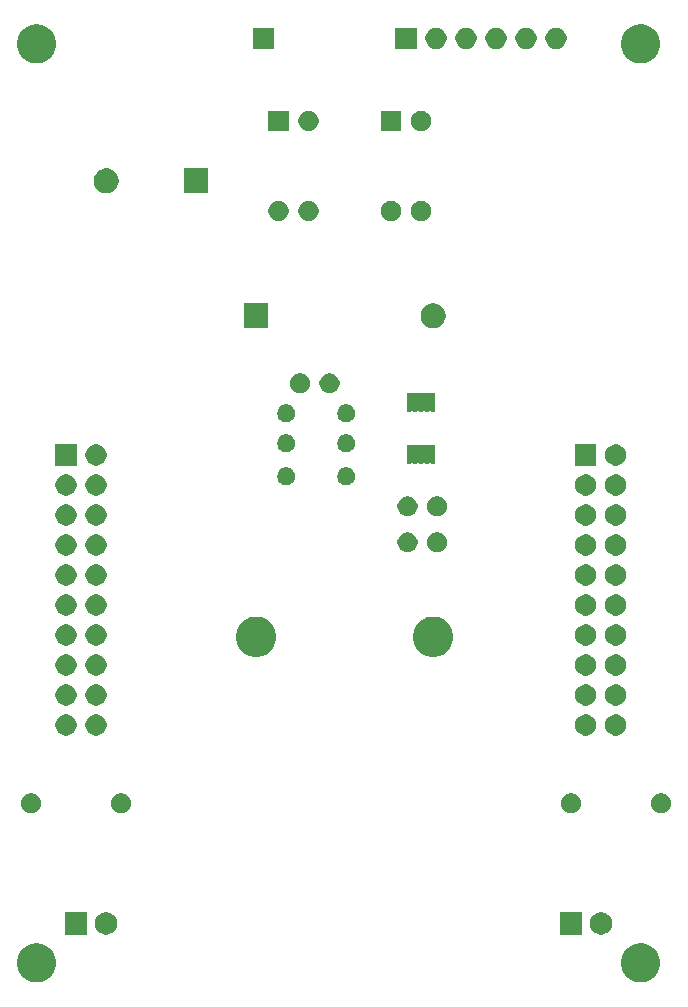
<source format=gbr>
G04 #@! TF.GenerationSoftware,KiCad,Pcbnew,5.1.5+dfsg1-2build2*
G04 #@! TF.CreationDate,2023-01-01T14:21:45-04:00*
G04 #@! TF.ProjectId,prototyping_backplane,70726f74-6f74-4797-9069-6e675f626163,B*
G04 #@! TF.SameCoordinates,Original*
G04 #@! TF.FileFunction,Soldermask,Top*
G04 #@! TF.FilePolarity,Negative*
%FSLAX46Y46*%
G04 Gerber Fmt 4.6, Leading zero omitted, Abs format (unit mm)*
G04 Created by KiCad (PCBNEW 5.1.5+dfsg1-2build2) date 2023-01-01 14:21:45*
%MOMM*%
%LPD*%
G04 APERTURE LIST*
%ADD10C,0.100000*%
G04 APERTURE END LIST*
D10*
G36*
X205655256Y-124931298D02*
G01*
X205761579Y-124952447D01*
X206062042Y-125076903D01*
X206332451Y-125257585D01*
X206562415Y-125487549D01*
X206743097Y-125757958D01*
X206867553Y-126058421D01*
X206931000Y-126377391D01*
X206931000Y-126702609D01*
X206867553Y-127021579D01*
X206743097Y-127322042D01*
X206562415Y-127592451D01*
X206332451Y-127822415D01*
X206062042Y-128003097D01*
X205761579Y-128127553D01*
X205655256Y-128148702D01*
X205442611Y-128191000D01*
X205117389Y-128191000D01*
X204904744Y-128148702D01*
X204798421Y-128127553D01*
X204497958Y-128003097D01*
X204227549Y-127822415D01*
X203997585Y-127592451D01*
X203816903Y-127322042D01*
X203692447Y-127021579D01*
X203629000Y-126702609D01*
X203629000Y-126377391D01*
X203692447Y-126058421D01*
X203816903Y-125757958D01*
X203997585Y-125487549D01*
X204227549Y-125257585D01*
X204497958Y-125076903D01*
X204798421Y-124952447D01*
X204904744Y-124931298D01*
X205117389Y-124889000D01*
X205442611Y-124889000D01*
X205655256Y-124931298D01*
G37*
G36*
X154505256Y-124931298D02*
G01*
X154611579Y-124952447D01*
X154912042Y-125076903D01*
X155182451Y-125257585D01*
X155412415Y-125487549D01*
X155593097Y-125757958D01*
X155717553Y-126058421D01*
X155781000Y-126377391D01*
X155781000Y-126702609D01*
X155717553Y-127021579D01*
X155593097Y-127322042D01*
X155412415Y-127592451D01*
X155182451Y-127822415D01*
X154912042Y-128003097D01*
X154611579Y-128127553D01*
X154505256Y-128148702D01*
X154292611Y-128191000D01*
X153967389Y-128191000D01*
X153754744Y-128148702D01*
X153648421Y-128127553D01*
X153347958Y-128003097D01*
X153077549Y-127822415D01*
X152847585Y-127592451D01*
X152666903Y-127322042D01*
X152542447Y-127021579D01*
X152479000Y-126702609D01*
X152479000Y-126377391D01*
X152542447Y-126058421D01*
X152666903Y-125757958D01*
X152847585Y-125487549D01*
X153077549Y-125257585D01*
X153347958Y-125076903D01*
X153648421Y-124952447D01*
X153754744Y-124931298D01*
X153967389Y-124889000D01*
X154292611Y-124889000D01*
X154505256Y-124931298D01*
G37*
G36*
X200341000Y-124141000D02*
G01*
X198439000Y-124141000D01*
X198439000Y-122239000D01*
X200341000Y-122239000D01*
X200341000Y-124141000D01*
G37*
G36*
X202207395Y-122275546D02*
G01*
X202380466Y-122347234D01*
X202380467Y-122347235D01*
X202536227Y-122451310D01*
X202668690Y-122583773D01*
X202668691Y-122583775D01*
X202772766Y-122739534D01*
X202844454Y-122912605D01*
X202881000Y-123096333D01*
X202881000Y-123283667D01*
X202844454Y-123467395D01*
X202772766Y-123640466D01*
X202772765Y-123640467D01*
X202668690Y-123796227D01*
X202536227Y-123928690D01*
X202457818Y-123981081D01*
X202380466Y-124032766D01*
X202207395Y-124104454D01*
X202023667Y-124141000D01*
X201836333Y-124141000D01*
X201652605Y-124104454D01*
X201479534Y-124032766D01*
X201402182Y-123981081D01*
X201323773Y-123928690D01*
X201191310Y-123796227D01*
X201087235Y-123640467D01*
X201087234Y-123640466D01*
X201015546Y-123467395D01*
X200979000Y-123283667D01*
X200979000Y-123096333D01*
X201015546Y-122912605D01*
X201087234Y-122739534D01*
X201191309Y-122583775D01*
X201191310Y-122583773D01*
X201323773Y-122451310D01*
X201479533Y-122347235D01*
X201479534Y-122347234D01*
X201652605Y-122275546D01*
X201836333Y-122239000D01*
X202023667Y-122239000D01*
X202207395Y-122275546D01*
G37*
G36*
X158431000Y-124141000D02*
G01*
X156529000Y-124141000D01*
X156529000Y-122239000D01*
X158431000Y-122239000D01*
X158431000Y-124141000D01*
G37*
G36*
X160297395Y-122275546D02*
G01*
X160470466Y-122347234D01*
X160470467Y-122347235D01*
X160626227Y-122451310D01*
X160758690Y-122583773D01*
X160758691Y-122583775D01*
X160862766Y-122739534D01*
X160934454Y-122912605D01*
X160971000Y-123096333D01*
X160971000Y-123283667D01*
X160934454Y-123467395D01*
X160862766Y-123640466D01*
X160862765Y-123640467D01*
X160758690Y-123796227D01*
X160626227Y-123928690D01*
X160547818Y-123981081D01*
X160470466Y-124032766D01*
X160297395Y-124104454D01*
X160113667Y-124141000D01*
X159926333Y-124141000D01*
X159742605Y-124104454D01*
X159569534Y-124032766D01*
X159492182Y-123981081D01*
X159413773Y-123928690D01*
X159281310Y-123796227D01*
X159177235Y-123640467D01*
X159177234Y-123640466D01*
X159105546Y-123467395D01*
X159069000Y-123283667D01*
X159069000Y-123096333D01*
X159105546Y-122912605D01*
X159177234Y-122739534D01*
X159281309Y-122583775D01*
X159281310Y-122583773D01*
X159413773Y-122451310D01*
X159569533Y-122347235D01*
X159569534Y-122347234D01*
X159742605Y-122275546D01*
X159926333Y-122239000D01*
X160113667Y-122239000D01*
X160297395Y-122275546D01*
G37*
G36*
X153918228Y-112211703D02*
G01*
X154073100Y-112275853D01*
X154212481Y-112368985D01*
X154331015Y-112487519D01*
X154424147Y-112626900D01*
X154488297Y-112781772D01*
X154521000Y-112946184D01*
X154521000Y-113113816D01*
X154488297Y-113278228D01*
X154424147Y-113433100D01*
X154331015Y-113572481D01*
X154212481Y-113691015D01*
X154073100Y-113784147D01*
X153918228Y-113848297D01*
X153753816Y-113881000D01*
X153586184Y-113881000D01*
X153421772Y-113848297D01*
X153266900Y-113784147D01*
X153127519Y-113691015D01*
X153008985Y-113572481D01*
X152915853Y-113433100D01*
X152851703Y-113278228D01*
X152819000Y-113113816D01*
X152819000Y-112946184D01*
X152851703Y-112781772D01*
X152915853Y-112626900D01*
X153008985Y-112487519D01*
X153127519Y-112368985D01*
X153266900Y-112275853D01*
X153421772Y-112211703D01*
X153586184Y-112179000D01*
X153753816Y-112179000D01*
X153918228Y-112211703D01*
G37*
G36*
X207258228Y-112211703D02*
G01*
X207413100Y-112275853D01*
X207552481Y-112368985D01*
X207671015Y-112487519D01*
X207764147Y-112626900D01*
X207828297Y-112781772D01*
X207861000Y-112946184D01*
X207861000Y-113113816D01*
X207828297Y-113278228D01*
X207764147Y-113433100D01*
X207671015Y-113572481D01*
X207552481Y-113691015D01*
X207413100Y-113784147D01*
X207258228Y-113848297D01*
X207093816Y-113881000D01*
X206926184Y-113881000D01*
X206761772Y-113848297D01*
X206606900Y-113784147D01*
X206467519Y-113691015D01*
X206348985Y-113572481D01*
X206255853Y-113433100D01*
X206191703Y-113278228D01*
X206159000Y-113113816D01*
X206159000Y-112946184D01*
X206191703Y-112781772D01*
X206255853Y-112626900D01*
X206348985Y-112487519D01*
X206467519Y-112368985D01*
X206606900Y-112275853D01*
X206761772Y-112211703D01*
X206926184Y-112179000D01*
X207093816Y-112179000D01*
X207258228Y-112211703D01*
G37*
G36*
X199638228Y-112211703D02*
G01*
X199793100Y-112275853D01*
X199932481Y-112368985D01*
X200051015Y-112487519D01*
X200144147Y-112626900D01*
X200208297Y-112781772D01*
X200241000Y-112946184D01*
X200241000Y-113113816D01*
X200208297Y-113278228D01*
X200144147Y-113433100D01*
X200051015Y-113572481D01*
X199932481Y-113691015D01*
X199793100Y-113784147D01*
X199638228Y-113848297D01*
X199473816Y-113881000D01*
X199306184Y-113881000D01*
X199141772Y-113848297D01*
X198986900Y-113784147D01*
X198847519Y-113691015D01*
X198728985Y-113572481D01*
X198635853Y-113433100D01*
X198571703Y-113278228D01*
X198539000Y-113113816D01*
X198539000Y-112946184D01*
X198571703Y-112781772D01*
X198635853Y-112626900D01*
X198728985Y-112487519D01*
X198847519Y-112368985D01*
X198986900Y-112275853D01*
X199141772Y-112211703D01*
X199306184Y-112179000D01*
X199473816Y-112179000D01*
X199638228Y-112211703D01*
G37*
G36*
X161538228Y-112211703D02*
G01*
X161693100Y-112275853D01*
X161832481Y-112368985D01*
X161951015Y-112487519D01*
X162044147Y-112626900D01*
X162108297Y-112781772D01*
X162141000Y-112946184D01*
X162141000Y-113113816D01*
X162108297Y-113278228D01*
X162044147Y-113433100D01*
X161951015Y-113572481D01*
X161832481Y-113691015D01*
X161693100Y-113784147D01*
X161538228Y-113848297D01*
X161373816Y-113881000D01*
X161206184Y-113881000D01*
X161041772Y-113848297D01*
X160886900Y-113784147D01*
X160747519Y-113691015D01*
X160628985Y-113572481D01*
X160535853Y-113433100D01*
X160471703Y-113278228D01*
X160439000Y-113113816D01*
X160439000Y-112946184D01*
X160471703Y-112781772D01*
X160535853Y-112626900D01*
X160628985Y-112487519D01*
X160747519Y-112368985D01*
X160886900Y-112275853D01*
X161041772Y-112211703D01*
X161206184Y-112179000D01*
X161373816Y-112179000D01*
X161538228Y-112211703D01*
G37*
G36*
X203283512Y-105503927D02*
G01*
X203432812Y-105533624D01*
X203596784Y-105601544D01*
X203744354Y-105700147D01*
X203869853Y-105825646D01*
X203968456Y-105973216D01*
X204036376Y-106137188D01*
X204071000Y-106311259D01*
X204071000Y-106488741D01*
X204036376Y-106662812D01*
X203968456Y-106826784D01*
X203869853Y-106974354D01*
X203744354Y-107099853D01*
X203596784Y-107198456D01*
X203432812Y-107266376D01*
X203283512Y-107296073D01*
X203258742Y-107301000D01*
X203081258Y-107301000D01*
X203056488Y-107296073D01*
X202907188Y-107266376D01*
X202743216Y-107198456D01*
X202595646Y-107099853D01*
X202470147Y-106974354D01*
X202371544Y-106826784D01*
X202303624Y-106662812D01*
X202269000Y-106488741D01*
X202269000Y-106311259D01*
X202303624Y-106137188D01*
X202371544Y-105973216D01*
X202470147Y-105825646D01*
X202595646Y-105700147D01*
X202743216Y-105601544D01*
X202907188Y-105533624D01*
X203056488Y-105503927D01*
X203081258Y-105499000D01*
X203258742Y-105499000D01*
X203283512Y-105503927D01*
G37*
G36*
X156743512Y-105503927D02*
G01*
X156892812Y-105533624D01*
X157056784Y-105601544D01*
X157204354Y-105700147D01*
X157329853Y-105825646D01*
X157428456Y-105973216D01*
X157496376Y-106137188D01*
X157531000Y-106311259D01*
X157531000Y-106488741D01*
X157496376Y-106662812D01*
X157428456Y-106826784D01*
X157329853Y-106974354D01*
X157204354Y-107099853D01*
X157056784Y-107198456D01*
X156892812Y-107266376D01*
X156743512Y-107296073D01*
X156718742Y-107301000D01*
X156541258Y-107301000D01*
X156516488Y-107296073D01*
X156367188Y-107266376D01*
X156203216Y-107198456D01*
X156055646Y-107099853D01*
X155930147Y-106974354D01*
X155831544Y-106826784D01*
X155763624Y-106662812D01*
X155729000Y-106488741D01*
X155729000Y-106311259D01*
X155763624Y-106137188D01*
X155831544Y-105973216D01*
X155930147Y-105825646D01*
X156055646Y-105700147D01*
X156203216Y-105601544D01*
X156367188Y-105533624D01*
X156516488Y-105503927D01*
X156541258Y-105499000D01*
X156718742Y-105499000D01*
X156743512Y-105503927D01*
G37*
G36*
X159283512Y-105503927D02*
G01*
X159432812Y-105533624D01*
X159596784Y-105601544D01*
X159744354Y-105700147D01*
X159869853Y-105825646D01*
X159968456Y-105973216D01*
X160036376Y-106137188D01*
X160071000Y-106311259D01*
X160071000Y-106488741D01*
X160036376Y-106662812D01*
X159968456Y-106826784D01*
X159869853Y-106974354D01*
X159744354Y-107099853D01*
X159596784Y-107198456D01*
X159432812Y-107266376D01*
X159283512Y-107296073D01*
X159258742Y-107301000D01*
X159081258Y-107301000D01*
X159056488Y-107296073D01*
X158907188Y-107266376D01*
X158743216Y-107198456D01*
X158595646Y-107099853D01*
X158470147Y-106974354D01*
X158371544Y-106826784D01*
X158303624Y-106662812D01*
X158269000Y-106488741D01*
X158269000Y-106311259D01*
X158303624Y-106137188D01*
X158371544Y-105973216D01*
X158470147Y-105825646D01*
X158595646Y-105700147D01*
X158743216Y-105601544D01*
X158907188Y-105533624D01*
X159056488Y-105503927D01*
X159081258Y-105499000D01*
X159258742Y-105499000D01*
X159283512Y-105503927D01*
G37*
G36*
X200743512Y-105503927D02*
G01*
X200892812Y-105533624D01*
X201056784Y-105601544D01*
X201204354Y-105700147D01*
X201329853Y-105825646D01*
X201428456Y-105973216D01*
X201496376Y-106137188D01*
X201531000Y-106311259D01*
X201531000Y-106488741D01*
X201496376Y-106662812D01*
X201428456Y-106826784D01*
X201329853Y-106974354D01*
X201204354Y-107099853D01*
X201056784Y-107198456D01*
X200892812Y-107266376D01*
X200743512Y-107296073D01*
X200718742Y-107301000D01*
X200541258Y-107301000D01*
X200516488Y-107296073D01*
X200367188Y-107266376D01*
X200203216Y-107198456D01*
X200055646Y-107099853D01*
X199930147Y-106974354D01*
X199831544Y-106826784D01*
X199763624Y-106662812D01*
X199729000Y-106488741D01*
X199729000Y-106311259D01*
X199763624Y-106137188D01*
X199831544Y-105973216D01*
X199930147Y-105825646D01*
X200055646Y-105700147D01*
X200203216Y-105601544D01*
X200367188Y-105533624D01*
X200516488Y-105503927D01*
X200541258Y-105499000D01*
X200718742Y-105499000D01*
X200743512Y-105503927D01*
G37*
G36*
X203283512Y-102963927D02*
G01*
X203432812Y-102993624D01*
X203596784Y-103061544D01*
X203744354Y-103160147D01*
X203869853Y-103285646D01*
X203968456Y-103433216D01*
X204036376Y-103597188D01*
X204071000Y-103771259D01*
X204071000Y-103948741D01*
X204036376Y-104122812D01*
X203968456Y-104286784D01*
X203869853Y-104434354D01*
X203744354Y-104559853D01*
X203596784Y-104658456D01*
X203432812Y-104726376D01*
X203283512Y-104756073D01*
X203258742Y-104761000D01*
X203081258Y-104761000D01*
X203056488Y-104756073D01*
X202907188Y-104726376D01*
X202743216Y-104658456D01*
X202595646Y-104559853D01*
X202470147Y-104434354D01*
X202371544Y-104286784D01*
X202303624Y-104122812D01*
X202269000Y-103948741D01*
X202269000Y-103771259D01*
X202303624Y-103597188D01*
X202371544Y-103433216D01*
X202470147Y-103285646D01*
X202595646Y-103160147D01*
X202743216Y-103061544D01*
X202907188Y-102993624D01*
X203056488Y-102963927D01*
X203081258Y-102959000D01*
X203258742Y-102959000D01*
X203283512Y-102963927D01*
G37*
G36*
X156743512Y-102963927D02*
G01*
X156892812Y-102993624D01*
X157056784Y-103061544D01*
X157204354Y-103160147D01*
X157329853Y-103285646D01*
X157428456Y-103433216D01*
X157496376Y-103597188D01*
X157531000Y-103771259D01*
X157531000Y-103948741D01*
X157496376Y-104122812D01*
X157428456Y-104286784D01*
X157329853Y-104434354D01*
X157204354Y-104559853D01*
X157056784Y-104658456D01*
X156892812Y-104726376D01*
X156743512Y-104756073D01*
X156718742Y-104761000D01*
X156541258Y-104761000D01*
X156516488Y-104756073D01*
X156367188Y-104726376D01*
X156203216Y-104658456D01*
X156055646Y-104559853D01*
X155930147Y-104434354D01*
X155831544Y-104286784D01*
X155763624Y-104122812D01*
X155729000Y-103948741D01*
X155729000Y-103771259D01*
X155763624Y-103597188D01*
X155831544Y-103433216D01*
X155930147Y-103285646D01*
X156055646Y-103160147D01*
X156203216Y-103061544D01*
X156367188Y-102993624D01*
X156516488Y-102963927D01*
X156541258Y-102959000D01*
X156718742Y-102959000D01*
X156743512Y-102963927D01*
G37*
G36*
X200743512Y-102963927D02*
G01*
X200892812Y-102993624D01*
X201056784Y-103061544D01*
X201204354Y-103160147D01*
X201329853Y-103285646D01*
X201428456Y-103433216D01*
X201496376Y-103597188D01*
X201531000Y-103771259D01*
X201531000Y-103948741D01*
X201496376Y-104122812D01*
X201428456Y-104286784D01*
X201329853Y-104434354D01*
X201204354Y-104559853D01*
X201056784Y-104658456D01*
X200892812Y-104726376D01*
X200743512Y-104756073D01*
X200718742Y-104761000D01*
X200541258Y-104761000D01*
X200516488Y-104756073D01*
X200367188Y-104726376D01*
X200203216Y-104658456D01*
X200055646Y-104559853D01*
X199930147Y-104434354D01*
X199831544Y-104286784D01*
X199763624Y-104122812D01*
X199729000Y-103948741D01*
X199729000Y-103771259D01*
X199763624Y-103597188D01*
X199831544Y-103433216D01*
X199930147Y-103285646D01*
X200055646Y-103160147D01*
X200203216Y-103061544D01*
X200367188Y-102993624D01*
X200516488Y-102963927D01*
X200541258Y-102959000D01*
X200718742Y-102959000D01*
X200743512Y-102963927D01*
G37*
G36*
X159283512Y-102963927D02*
G01*
X159432812Y-102993624D01*
X159596784Y-103061544D01*
X159744354Y-103160147D01*
X159869853Y-103285646D01*
X159968456Y-103433216D01*
X160036376Y-103597188D01*
X160071000Y-103771259D01*
X160071000Y-103948741D01*
X160036376Y-104122812D01*
X159968456Y-104286784D01*
X159869853Y-104434354D01*
X159744354Y-104559853D01*
X159596784Y-104658456D01*
X159432812Y-104726376D01*
X159283512Y-104756073D01*
X159258742Y-104761000D01*
X159081258Y-104761000D01*
X159056488Y-104756073D01*
X158907188Y-104726376D01*
X158743216Y-104658456D01*
X158595646Y-104559853D01*
X158470147Y-104434354D01*
X158371544Y-104286784D01*
X158303624Y-104122812D01*
X158269000Y-103948741D01*
X158269000Y-103771259D01*
X158303624Y-103597188D01*
X158371544Y-103433216D01*
X158470147Y-103285646D01*
X158595646Y-103160147D01*
X158743216Y-103061544D01*
X158907188Y-102993624D01*
X159056488Y-102963927D01*
X159081258Y-102959000D01*
X159258742Y-102959000D01*
X159283512Y-102963927D01*
G37*
G36*
X203283512Y-100423927D02*
G01*
X203432812Y-100453624D01*
X203596784Y-100521544D01*
X203744354Y-100620147D01*
X203869853Y-100745646D01*
X203968456Y-100893216D01*
X204036376Y-101057188D01*
X204071000Y-101231259D01*
X204071000Y-101408741D01*
X204036376Y-101582812D01*
X203968456Y-101746784D01*
X203869853Y-101894354D01*
X203744354Y-102019853D01*
X203596784Y-102118456D01*
X203432812Y-102186376D01*
X203283512Y-102216073D01*
X203258742Y-102221000D01*
X203081258Y-102221000D01*
X203056488Y-102216073D01*
X202907188Y-102186376D01*
X202743216Y-102118456D01*
X202595646Y-102019853D01*
X202470147Y-101894354D01*
X202371544Y-101746784D01*
X202303624Y-101582812D01*
X202269000Y-101408741D01*
X202269000Y-101231259D01*
X202303624Y-101057188D01*
X202371544Y-100893216D01*
X202470147Y-100745646D01*
X202595646Y-100620147D01*
X202743216Y-100521544D01*
X202907188Y-100453624D01*
X203056488Y-100423927D01*
X203081258Y-100419000D01*
X203258742Y-100419000D01*
X203283512Y-100423927D01*
G37*
G36*
X159283512Y-100423927D02*
G01*
X159432812Y-100453624D01*
X159596784Y-100521544D01*
X159744354Y-100620147D01*
X159869853Y-100745646D01*
X159968456Y-100893216D01*
X160036376Y-101057188D01*
X160071000Y-101231259D01*
X160071000Y-101408741D01*
X160036376Y-101582812D01*
X159968456Y-101746784D01*
X159869853Y-101894354D01*
X159744354Y-102019853D01*
X159596784Y-102118456D01*
X159432812Y-102186376D01*
X159283512Y-102216073D01*
X159258742Y-102221000D01*
X159081258Y-102221000D01*
X159056488Y-102216073D01*
X158907188Y-102186376D01*
X158743216Y-102118456D01*
X158595646Y-102019853D01*
X158470147Y-101894354D01*
X158371544Y-101746784D01*
X158303624Y-101582812D01*
X158269000Y-101408741D01*
X158269000Y-101231259D01*
X158303624Y-101057188D01*
X158371544Y-100893216D01*
X158470147Y-100745646D01*
X158595646Y-100620147D01*
X158743216Y-100521544D01*
X158907188Y-100453624D01*
X159056488Y-100423927D01*
X159081258Y-100419000D01*
X159258742Y-100419000D01*
X159283512Y-100423927D01*
G37*
G36*
X156743512Y-100423927D02*
G01*
X156892812Y-100453624D01*
X157056784Y-100521544D01*
X157204354Y-100620147D01*
X157329853Y-100745646D01*
X157428456Y-100893216D01*
X157496376Y-101057188D01*
X157531000Y-101231259D01*
X157531000Y-101408741D01*
X157496376Y-101582812D01*
X157428456Y-101746784D01*
X157329853Y-101894354D01*
X157204354Y-102019853D01*
X157056784Y-102118456D01*
X156892812Y-102186376D01*
X156743512Y-102216073D01*
X156718742Y-102221000D01*
X156541258Y-102221000D01*
X156516488Y-102216073D01*
X156367188Y-102186376D01*
X156203216Y-102118456D01*
X156055646Y-102019853D01*
X155930147Y-101894354D01*
X155831544Y-101746784D01*
X155763624Y-101582812D01*
X155729000Y-101408741D01*
X155729000Y-101231259D01*
X155763624Y-101057188D01*
X155831544Y-100893216D01*
X155930147Y-100745646D01*
X156055646Y-100620147D01*
X156203216Y-100521544D01*
X156367188Y-100453624D01*
X156516488Y-100423927D01*
X156541258Y-100419000D01*
X156718742Y-100419000D01*
X156743512Y-100423927D01*
G37*
G36*
X200743512Y-100423927D02*
G01*
X200892812Y-100453624D01*
X201056784Y-100521544D01*
X201204354Y-100620147D01*
X201329853Y-100745646D01*
X201428456Y-100893216D01*
X201496376Y-101057188D01*
X201531000Y-101231259D01*
X201531000Y-101408741D01*
X201496376Y-101582812D01*
X201428456Y-101746784D01*
X201329853Y-101894354D01*
X201204354Y-102019853D01*
X201056784Y-102118456D01*
X200892812Y-102186376D01*
X200743512Y-102216073D01*
X200718742Y-102221000D01*
X200541258Y-102221000D01*
X200516488Y-102216073D01*
X200367188Y-102186376D01*
X200203216Y-102118456D01*
X200055646Y-102019853D01*
X199930147Y-101894354D01*
X199831544Y-101746784D01*
X199763624Y-101582812D01*
X199729000Y-101408741D01*
X199729000Y-101231259D01*
X199763624Y-101057188D01*
X199831544Y-100893216D01*
X199930147Y-100745646D01*
X200055646Y-100620147D01*
X200203216Y-100521544D01*
X200367188Y-100453624D01*
X200516488Y-100423927D01*
X200541258Y-100419000D01*
X200718742Y-100419000D01*
X200743512Y-100423927D01*
G37*
G36*
X173216162Y-97284368D02*
G01*
X173525724Y-97412593D01*
X173525725Y-97412594D01*
X173804324Y-97598747D01*
X174041253Y-97835676D01*
X174138718Y-97981544D01*
X174227407Y-98114276D01*
X174355632Y-98423838D01*
X174421000Y-98752465D01*
X174421000Y-99087535D01*
X174355632Y-99416162D01*
X174227407Y-99725724D01*
X174227406Y-99725725D01*
X174041253Y-100004324D01*
X173804324Y-100241253D01*
X173618170Y-100365637D01*
X173525724Y-100427407D01*
X173216162Y-100555632D01*
X172887535Y-100621000D01*
X172552465Y-100621000D01*
X172223838Y-100555632D01*
X171914276Y-100427407D01*
X171821830Y-100365637D01*
X171635676Y-100241253D01*
X171398747Y-100004324D01*
X171212594Y-99725725D01*
X171212593Y-99725724D01*
X171084368Y-99416162D01*
X171019000Y-99087535D01*
X171019000Y-98752465D01*
X171084368Y-98423838D01*
X171212593Y-98114276D01*
X171301282Y-97981544D01*
X171398747Y-97835676D01*
X171635676Y-97598747D01*
X171914275Y-97412594D01*
X171914276Y-97412593D01*
X172223838Y-97284368D01*
X172552465Y-97219000D01*
X172887535Y-97219000D01*
X173216162Y-97284368D01*
G37*
G36*
X188206162Y-97284368D02*
G01*
X188515724Y-97412593D01*
X188515725Y-97412594D01*
X188794324Y-97598747D01*
X189031253Y-97835676D01*
X189128718Y-97981544D01*
X189217407Y-98114276D01*
X189345632Y-98423838D01*
X189411000Y-98752465D01*
X189411000Y-99087535D01*
X189345632Y-99416162D01*
X189217407Y-99725724D01*
X189217406Y-99725725D01*
X189031253Y-100004324D01*
X188794324Y-100241253D01*
X188608170Y-100365637D01*
X188515724Y-100427407D01*
X188206162Y-100555632D01*
X187877535Y-100621000D01*
X187542465Y-100621000D01*
X187213838Y-100555632D01*
X186904276Y-100427407D01*
X186811830Y-100365637D01*
X186625676Y-100241253D01*
X186388747Y-100004324D01*
X186202594Y-99725725D01*
X186202593Y-99725724D01*
X186074368Y-99416162D01*
X186009000Y-99087535D01*
X186009000Y-98752465D01*
X186074368Y-98423838D01*
X186202593Y-98114276D01*
X186291282Y-97981544D01*
X186388747Y-97835676D01*
X186625676Y-97598747D01*
X186904275Y-97412594D01*
X186904276Y-97412593D01*
X187213838Y-97284368D01*
X187542465Y-97219000D01*
X187877535Y-97219000D01*
X188206162Y-97284368D01*
G37*
G36*
X200743512Y-97883927D02*
G01*
X200892812Y-97913624D01*
X201056784Y-97981544D01*
X201204354Y-98080147D01*
X201329853Y-98205646D01*
X201428456Y-98353216D01*
X201496376Y-98517188D01*
X201531000Y-98691259D01*
X201531000Y-98868741D01*
X201496376Y-99042812D01*
X201428456Y-99206784D01*
X201329853Y-99354354D01*
X201204354Y-99479853D01*
X201056784Y-99578456D01*
X200892812Y-99646376D01*
X200743512Y-99676073D01*
X200718742Y-99681000D01*
X200541258Y-99681000D01*
X200516488Y-99676073D01*
X200367188Y-99646376D01*
X200203216Y-99578456D01*
X200055646Y-99479853D01*
X199930147Y-99354354D01*
X199831544Y-99206784D01*
X199763624Y-99042812D01*
X199729000Y-98868741D01*
X199729000Y-98691259D01*
X199763624Y-98517188D01*
X199831544Y-98353216D01*
X199930147Y-98205646D01*
X200055646Y-98080147D01*
X200203216Y-97981544D01*
X200367188Y-97913624D01*
X200516488Y-97883927D01*
X200541258Y-97879000D01*
X200718742Y-97879000D01*
X200743512Y-97883927D01*
G37*
G36*
X156743512Y-97883927D02*
G01*
X156892812Y-97913624D01*
X157056784Y-97981544D01*
X157204354Y-98080147D01*
X157329853Y-98205646D01*
X157428456Y-98353216D01*
X157496376Y-98517188D01*
X157531000Y-98691259D01*
X157531000Y-98868741D01*
X157496376Y-99042812D01*
X157428456Y-99206784D01*
X157329853Y-99354354D01*
X157204354Y-99479853D01*
X157056784Y-99578456D01*
X156892812Y-99646376D01*
X156743512Y-99676073D01*
X156718742Y-99681000D01*
X156541258Y-99681000D01*
X156516488Y-99676073D01*
X156367188Y-99646376D01*
X156203216Y-99578456D01*
X156055646Y-99479853D01*
X155930147Y-99354354D01*
X155831544Y-99206784D01*
X155763624Y-99042812D01*
X155729000Y-98868741D01*
X155729000Y-98691259D01*
X155763624Y-98517188D01*
X155831544Y-98353216D01*
X155930147Y-98205646D01*
X156055646Y-98080147D01*
X156203216Y-97981544D01*
X156367188Y-97913624D01*
X156516488Y-97883927D01*
X156541258Y-97879000D01*
X156718742Y-97879000D01*
X156743512Y-97883927D01*
G37*
G36*
X159283512Y-97883927D02*
G01*
X159432812Y-97913624D01*
X159596784Y-97981544D01*
X159744354Y-98080147D01*
X159869853Y-98205646D01*
X159968456Y-98353216D01*
X160036376Y-98517188D01*
X160071000Y-98691259D01*
X160071000Y-98868741D01*
X160036376Y-99042812D01*
X159968456Y-99206784D01*
X159869853Y-99354354D01*
X159744354Y-99479853D01*
X159596784Y-99578456D01*
X159432812Y-99646376D01*
X159283512Y-99676073D01*
X159258742Y-99681000D01*
X159081258Y-99681000D01*
X159056488Y-99676073D01*
X158907188Y-99646376D01*
X158743216Y-99578456D01*
X158595646Y-99479853D01*
X158470147Y-99354354D01*
X158371544Y-99206784D01*
X158303624Y-99042812D01*
X158269000Y-98868741D01*
X158269000Y-98691259D01*
X158303624Y-98517188D01*
X158371544Y-98353216D01*
X158470147Y-98205646D01*
X158595646Y-98080147D01*
X158743216Y-97981544D01*
X158907188Y-97913624D01*
X159056488Y-97883927D01*
X159081258Y-97879000D01*
X159258742Y-97879000D01*
X159283512Y-97883927D01*
G37*
G36*
X203283512Y-97883927D02*
G01*
X203432812Y-97913624D01*
X203596784Y-97981544D01*
X203744354Y-98080147D01*
X203869853Y-98205646D01*
X203968456Y-98353216D01*
X204036376Y-98517188D01*
X204071000Y-98691259D01*
X204071000Y-98868741D01*
X204036376Y-99042812D01*
X203968456Y-99206784D01*
X203869853Y-99354354D01*
X203744354Y-99479853D01*
X203596784Y-99578456D01*
X203432812Y-99646376D01*
X203283512Y-99676073D01*
X203258742Y-99681000D01*
X203081258Y-99681000D01*
X203056488Y-99676073D01*
X202907188Y-99646376D01*
X202743216Y-99578456D01*
X202595646Y-99479853D01*
X202470147Y-99354354D01*
X202371544Y-99206784D01*
X202303624Y-99042812D01*
X202269000Y-98868741D01*
X202269000Y-98691259D01*
X202303624Y-98517188D01*
X202371544Y-98353216D01*
X202470147Y-98205646D01*
X202595646Y-98080147D01*
X202743216Y-97981544D01*
X202907188Y-97913624D01*
X203056488Y-97883927D01*
X203081258Y-97879000D01*
X203258742Y-97879000D01*
X203283512Y-97883927D01*
G37*
G36*
X159283512Y-95343927D02*
G01*
X159432812Y-95373624D01*
X159596784Y-95441544D01*
X159744354Y-95540147D01*
X159869853Y-95665646D01*
X159968456Y-95813216D01*
X160036376Y-95977188D01*
X160071000Y-96151259D01*
X160071000Y-96328741D01*
X160036376Y-96502812D01*
X159968456Y-96666784D01*
X159869853Y-96814354D01*
X159744354Y-96939853D01*
X159596784Y-97038456D01*
X159432812Y-97106376D01*
X159283512Y-97136073D01*
X159258742Y-97141000D01*
X159081258Y-97141000D01*
X159056488Y-97136073D01*
X158907188Y-97106376D01*
X158743216Y-97038456D01*
X158595646Y-96939853D01*
X158470147Y-96814354D01*
X158371544Y-96666784D01*
X158303624Y-96502812D01*
X158269000Y-96328741D01*
X158269000Y-96151259D01*
X158303624Y-95977188D01*
X158371544Y-95813216D01*
X158470147Y-95665646D01*
X158595646Y-95540147D01*
X158743216Y-95441544D01*
X158907188Y-95373624D01*
X159056488Y-95343927D01*
X159081258Y-95339000D01*
X159258742Y-95339000D01*
X159283512Y-95343927D01*
G37*
G36*
X156743512Y-95343927D02*
G01*
X156892812Y-95373624D01*
X157056784Y-95441544D01*
X157204354Y-95540147D01*
X157329853Y-95665646D01*
X157428456Y-95813216D01*
X157496376Y-95977188D01*
X157531000Y-96151259D01*
X157531000Y-96328741D01*
X157496376Y-96502812D01*
X157428456Y-96666784D01*
X157329853Y-96814354D01*
X157204354Y-96939853D01*
X157056784Y-97038456D01*
X156892812Y-97106376D01*
X156743512Y-97136073D01*
X156718742Y-97141000D01*
X156541258Y-97141000D01*
X156516488Y-97136073D01*
X156367188Y-97106376D01*
X156203216Y-97038456D01*
X156055646Y-96939853D01*
X155930147Y-96814354D01*
X155831544Y-96666784D01*
X155763624Y-96502812D01*
X155729000Y-96328741D01*
X155729000Y-96151259D01*
X155763624Y-95977188D01*
X155831544Y-95813216D01*
X155930147Y-95665646D01*
X156055646Y-95540147D01*
X156203216Y-95441544D01*
X156367188Y-95373624D01*
X156516488Y-95343927D01*
X156541258Y-95339000D01*
X156718742Y-95339000D01*
X156743512Y-95343927D01*
G37*
G36*
X200743512Y-95343927D02*
G01*
X200892812Y-95373624D01*
X201056784Y-95441544D01*
X201204354Y-95540147D01*
X201329853Y-95665646D01*
X201428456Y-95813216D01*
X201496376Y-95977188D01*
X201531000Y-96151259D01*
X201531000Y-96328741D01*
X201496376Y-96502812D01*
X201428456Y-96666784D01*
X201329853Y-96814354D01*
X201204354Y-96939853D01*
X201056784Y-97038456D01*
X200892812Y-97106376D01*
X200743512Y-97136073D01*
X200718742Y-97141000D01*
X200541258Y-97141000D01*
X200516488Y-97136073D01*
X200367188Y-97106376D01*
X200203216Y-97038456D01*
X200055646Y-96939853D01*
X199930147Y-96814354D01*
X199831544Y-96666784D01*
X199763624Y-96502812D01*
X199729000Y-96328741D01*
X199729000Y-96151259D01*
X199763624Y-95977188D01*
X199831544Y-95813216D01*
X199930147Y-95665646D01*
X200055646Y-95540147D01*
X200203216Y-95441544D01*
X200367188Y-95373624D01*
X200516488Y-95343927D01*
X200541258Y-95339000D01*
X200718742Y-95339000D01*
X200743512Y-95343927D01*
G37*
G36*
X203283512Y-95343927D02*
G01*
X203432812Y-95373624D01*
X203596784Y-95441544D01*
X203744354Y-95540147D01*
X203869853Y-95665646D01*
X203968456Y-95813216D01*
X204036376Y-95977188D01*
X204071000Y-96151259D01*
X204071000Y-96328741D01*
X204036376Y-96502812D01*
X203968456Y-96666784D01*
X203869853Y-96814354D01*
X203744354Y-96939853D01*
X203596784Y-97038456D01*
X203432812Y-97106376D01*
X203283512Y-97136073D01*
X203258742Y-97141000D01*
X203081258Y-97141000D01*
X203056488Y-97136073D01*
X202907188Y-97106376D01*
X202743216Y-97038456D01*
X202595646Y-96939853D01*
X202470147Y-96814354D01*
X202371544Y-96666784D01*
X202303624Y-96502812D01*
X202269000Y-96328741D01*
X202269000Y-96151259D01*
X202303624Y-95977188D01*
X202371544Y-95813216D01*
X202470147Y-95665646D01*
X202595646Y-95540147D01*
X202743216Y-95441544D01*
X202907188Y-95373624D01*
X203056488Y-95343927D01*
X203081258Y-95339000D01*
X203258742Y-95339000D01*
X203283512Y-95343927D01*
G37*
G36*
X156743512Y-92803927D02*
G01*
X156892812Y-92833624D01*
X157056784Y-92901544D01*
X157204354Y-93000147D01*
X157329853Y-93125646D01*
X157428456Y-93273216D01*
X157496376Y-93437188D01*
X157531000Y-93611259D01*
X157531000Y-93788741D01*
X157496376Y-93962812D01*
X157428456Y-94126784D01*
X157329853Y-94274354D01*
X157204354Y-94399853D01*
X157056784Y-94498456D01*
X156892812Y-94566376D01*
X156743512Y-94596073D01*
X156718742Y-94601000D01*
X156541258Y-94601000D01*
X156516488Y-94596073D01*
X156367188Y-94566376D01*
X156203216Y-94498456D01*
X156055646Y-94399853D01*
X155930147Y-94274354D01*
X155831544Y-94126784D01*
X155763624Y-93962812D01*
X155729000Y-93788741D01*
X155729000Y-93611259D01*
X155763624Y-93437188D01*
X155831544Y-93273216D01*
X155930147Y-93125646D01*
X156055646Y-93000147D01*
X156203216Y-92901544D01*
X156367188Y-92833624D01*
X156516488Y-92803927D01*
X156541258Y-92799000D01*
X156718742Y-92799000D01*
X156743512Y-92803927D01*
G37*
G36*
X203283512Y-92803927D02*
G01*
X203432812Y-92833624D01*
X203596784Y-92901544D01*
X203744354Y-93000147D01*
X203869853Y-93125646D01*
X203968456Y-93273216D01*
X204036376Y-93437188D01*
X204071000Y-93611259D01*
X204071000Y-93788741D01*
X204036376Y-93962812D01*
X203968456Y-94126784D01*
X203869853Y-94274354D01*
X203744354Y-94399853D01*
X203596784Y-94498456D01*
X203432812Y-94566376D01*
X203283512Y-94596073D01*
X203258742Y-94601000D01*
X203081258Y-94601000D01*
X203056488Y-94596073D01*
X202907188Y-94566376D01*
X202743216Y-94498456D01*
X202595646Y-94399853D01*
X202470147Y-94274354D01*
X202371544Y-94126784D01*
X202303624Y-93962812D01*
X202269000Y-93788741D01*
X202269000Y-93611259D01*
X202303624Y-93437188D01*
X202371544Y-93273216D01*
X202470147Y-93125646D01*
X202595646Y-93000147D01*
X202743216Y-92901544D01*
X202907188Y-92833624D01*
X203056488Y-92803927D01*
X203081258Y-92799000D01*
X203258742Y-92799000D01*
X203283512Y-92803927D01*
G37*
G36*
X159283512Y-92803927D02*
G01*
X159432812Y-92833624D01*
X159596784Y-92901544D01*
X159744354Y-93000147D01*
X159869853Y-93125646D01*
X159968456Y-93273216D01*
X160036376Y-93437188D01*
X160071000Y-93611259D01*
X160071000Y-93788741D01*
X160036376Y-93962812D01*
X159968456Y-94126784D01*
X159869853Y-94274354D01*
X159744354Y-94399853D01*
X159596784Y-94498456D01*
X159432812Y-94566376D01*
X159283512Y-94596073D01*
X159258742Y-94601000D01*
X159081258Y-94601000D01*
X159056488Y-94596073D01*
X158907188Y-94566376D01*
X158743216Y-94498456D01*
X158595646Y-94399853D01*
X158470147Y-94274354D01*
X158371544Y-94126784D01*
X158303624Y-93962812D01*
X158269000Y-93788741D01*
X158269000Y-93611259D01*
X158303624Y-93437188D01*
X158371544Y-93273216D01*
X158470147Y-93125646D01*
X158595646Y-93000147D01*
X158743216Y-92901544D01*
X158907188Y-92833624D01*
X159056488Y-92803927D01*
X159081258Y-92799000D01*
X159258742Y-92799000D01*
X159283512Y-92803927D01*
G37*
G36*
X200743512Y-92803927D02*
G01*
X200892812Y-92833624D01*
X201056784Y-92901544D01*
X201204354Y-93000147D01*
X201329853Y-93125646D01*
X201428456Y-93273216D01*
X201496376Y-93437188D01*
X201531000Y-93611259D01*
X201531000Y-93788741D01*
X201496376Y-93962812D01*
X201428456Y-94126784D01*
X201329853Y-94274354D01*
X201204354Y-94399853D01*
X201056784Y-94498456D01*
X200892812Y-94566376D01*
X200743512Y-94596073D01*
X200718742Y-94601000D01*
X200541258Y-94601000D01*
X200516488Y-94596073D01*
X200367188Y-94566376D01*
X200203216Y-94498456D01*
X200055646Y-94399853D01*
X199930147Y-94274354D01*
X199831544Y-94126784D01*
X199763624Y-93962812D01*
X199729000Y-93788741D01*
X199729000Y-93611259D01*
X199763624Y-93437188D01*
X199831544Y-93273216D01*
X199930147Y-93125646D01*
X200055646Y-93000147D01*
X200203216Y-92901544D01*
X200367188Y-92833624D01*
X200516488Y-92803927D01*
X200541258Y-92799000D01*
X200718742Y-92799000D01*
X200743512Y-92803927D01*
G37*
G36*
X200743512Y-90263927D02*
G01*
X200892812Y-90293624D01*
X201056784Y-90361544D01*
X201204354Y-90460147D01*
X201329853Y-90585646D01*
X201428456Y-90733216D01*
X201496376Y-90897188D01*
X201531000Y-91071259D01*
X201531000Y-91248741D01*
X201496376Y-91422812D01*
X201428456Y-91586784D01*
X201329853Y-91734354D01*
X201204354Y-91859853D01*
X201056784Y-91958456D01*
X200892812Y-92026376D01*
X200743512Y-92056073D01*
X200718742Y-92061000D01*
X200541258Y-92061000D01*
X200516488Y-92056073D01*
X200367188Y-92026376D01*
X200203216Y-91958456D01*
X200055646Y-91859853D01*
X199930147Y-91734354D01*
X199831544Y-91586784D01*
X199763624Y-91422812D01*
X199729000Y-91248741D01*
X199729000Y-91071259D01*
X199763624Y-90897188D01*
X199831544Y-90733216D01*
X199930147Y-90585646D01*
X200055646Y-90460147D01*
X200203216Y-90361544D01*
X200367188Y-90293624D01*
X200516488Y-90263927D01*
X200541258Y-90259000D01*
X200718742Y-90259000D01*
X200743512Y-90263927D01*
G37*
G36*
X159283512Y-90263927D02*
G01*
X159432812Y-90293624D01*
X159596784Y-90361544D01*
X159744354Y-90460147D01*
X159869853Y-90585646D01*
X159968456Y-90733216D01*
X160036376Y-90897188D01*
X160071000Y-91071259D01*
X160071000Y-91248741D01*
X160036376Y-91422812D01*
X159968456Y-91586784D01*
X159869853Y-91734354D01*
X159744354Y-91859853D01*
X159596784Y-91958456D01*
X159432812Y-92026376D01*
X159283512Y-92056073D01*
X159258742Y-92061000D01*
X159081258Y-92061000D01*
X159056488Y-92056073D01*
X158907188Y-92026376D01*
X158743216Y-91958456D01*
X158595646Y-91859853D01*
X158470147Y-91734354D01*
X158371544Y-91586784D01*
X158303624Y-91422812D01*
X158269000Y-91248741D01*
X158269000Y-91071259D01*
X158303624Y-90897188D01*
X158371544Y-90733216D01*
X158470147Y-90585646D01*
X158595646Y-90460147D01*
X158743216Y-90361544D01*
X158907188Y-90293624D01*
X159056488Y-90263927D01*
X159081258Y-90259000D01*
X159258742Y-90259000D01*
X159283512Y-90263927D01*
G37*
G36*
X203283512Y-90263927D02*
G01*
X203432812Y-90293624D01*
X203596784Y-90361544D01*
X203744354Y-90460147D01*
X203869853Y-90585646D01*
X203968456Y-90733216D01*
X204036376Y-90897188D01*
X204071000Y-91071259D01*
X204071000Y-91248741D01*
X204036376Y-91422812D01*
X203968456Y-91586784D01*
X203869853Y-91734354D01*
X203744354Y-91859853D01*
X203596784Y-91958456D01*
X203432812Y-92026376D01*
X203283512Y-92056073D01*
X203258742Y-92061000D01*
X203081258Y-92061000D01*
X203056488Y-92056073D01*
X202907188Y-92026376D01*
X202743216Y-91958456D01*
X202595646Y-91859853D01*
X202470147Y-91734354D01*
X202371544Y-91586784D01*
X202303624Y-91422812D01*
X202269000Y-91248741D01*
X202269000Y-91071259D01*
X202303624Y-90897188D01*
X202371544Y-90733216D01*
X202470147Y-90585646D01*
X202595646Y-90460147D01*
X202743216Y-90361544D01*
X202907188Y-90293624D01*
X203056488Y-90263927D01*
X203081258Y-90259000D01*
X203258742Y-90259000D01*
X203283512Y-90263927D01*
G37*
G36*
X156743512Y-90263927D02*
G01*
X156892812Y-90293624D01*
X157056784Y-90361544D01*
X157204354Y-90460147D01*
X157329853Y-90585646D01*
X157428456Y-90733216D01*
X157496376Y-90897188D01*
X157531000Y-91071259D01*
X157531000Y-91248741D01*
X157496376Y-91422812D01*
X157428456Y-91586784D01*
X157329853Y-91734354D01*
X157204354Y-91859853D01*
X157056784Y-91958456D01*
X156892812Y-92026376D01*
X156743512Y-92056073D01*
X156718742Y-92061000D01*
X156541258Y-92061000D01*
X156516488Y-92056073D01*
X156367188Y-92026376D01*
X156203216Y-91958456D01*
X156055646Y-91859853D01*
X155930147Y-91734354D01*
X155831544Y-91586784D01*
X155763624Y-91422812D01*
X155729000Y-91248741D01*
X155729000Y-91071259D01*
X155763624Y-90897188D01*
X155831544Y-90733216D01*
X155930147Y-90585646D01*
X156055646Y-90460147D01*
X156203216Y-90361544D01*
X156367188Y-90293624D01*
X156516488Y-90263927D01*
X156541258Y-90259000D01*
X156718742Y-90259000D01*
X156743512Y-90263927D01*
G37*
G36*
X188295228Y-90113703D02*
G01*
X188450100Y-90177853D01*
X188589481Y-90270985D01*
X188708015Y-90389519D01*
X188801147Y-90528900D01*
X188865297Y-90683772D01*
X188898000Y-90848184D01*
X188898000Y-91015816D01*
X188865297Y-91180228D01*
X188801147Y-91335100D01*
X188708015Y-91474481D01*
X188589481Y-91593015D01*
X188450100Y-91686147D01*
X188295228Y-91750297D01*
X188130816Y-91783000D01*
X187963184Y-91783000D01*
X187798772Y-91750297D01*
X187643900Y-91686147D01*
X187504519Y-91593015D01*
X187385985Y-91474481D01*
X187292853Y-91335100D01*
X187228703Y-91180228D01*
X187196000Y-91015816D01*
X187196000Y-90848184D01*
X187228703Y-90683772D01*
X187292853Y-90528900D01*
X187385985Y-90389519D01*
X187504519Y-90270985D01*
X187643900Y-90177853D01*
X187798772Y-90113703D01*
X187963184Y-90081000D01*
X188130816Y-90081000D01*
X188295228Y-90113703D01*
G37*
G36*
X185795228Y-90113703D02*
G01*
X185950100Y-90177853D01*
X186089481Y-90270985D01*
X186208015Y-90389519D01*
X186301147Y-90528900D01*
X186365297Y-90683772D01*
X186398000Y-90848184D01*
X186398000Y-91015816D01*
X186365297Y-91180228D01*
X186301147Y-91335100D01*
X186208015Y-91474481D01*
X186089481Y-91593015D01*
X185950100Y-91686147D01*
X185795228Y-91750297D01*
X185630816Y-91783000D01*
X185463184Y-91783000D01*
X185298772Y-91750297D01*
X185143900Y-91686147D01*
X185004519Y-91593015D01*
X184885985Y-91474481D01*
X184792853Y-91335100D01*
X184728703Y-91180228D01*
X184696000Y-91015816D01*
X184696000Y-90848184D01*
X184728703Y-90683772D01*
X184792853Y-90528900D01*
X184885985Y-90389519D01*
X185004519Y-90270985D01*
X185143900Y-90177853D01*
X185298772Y-90113703D01*
X185463184Y-90081000D01*
X185630816Y-90081000D01*
X185795228Y-90113703D01*
G37*
G36*
X159283512Y-87723927D02*
G01*
X159432812Y-87753624D01*
X159596784Y-87821544D01*
X159744354Y-87920147D01*
X159869853Y-88045646D01*
X159968456Y-88193216D01*
X160036376Y-88357188D01*
X160071000Y-88531259D01*
X160071000Y-88708741D01*
X160036376Y-88882812D01*
X159968456Y-89046784D01*
X159869853Y-89194354D01*
X159744354Y-89319853D01*
X159596784Y-89418456D01*
X159432812Y-89486376D01*
X159283512Y-89516073D01*
X159258742Y-89521000D01*
X159081258Y-89521000D01*
X159056488Y-89516073D01*
X158907188Y-89486376D01*
X158743216Y-89418456D01*
X158595646Y-89319853D01*
X158470147Y-89194354D01*
X158371544Y-89046784D01*
X158303624Y-88882812D01*
X158269000Y-88708741D01*
X158269000Y-88531259D01*
X158303624Y-88357188D01*
X158371544Y-88193216D01*
X158470147Y-88045646D01*
X158595646Y-87920147D01*
X158743216Y-87821544D01*
X158907188Y-87753624D01*
X159056488Y-87723927D01*
X159081258Y-87719000D01*
X159258742Y-87719000D01*
X159283512Y-87723927D01*
G37*
G36*
X156743512Y-87723927D02*
G01*
X156892812Y-87753624D01*
X157056784Y-87821544D01*
X157204354Y-87920147D01*
X157329853Y-88045646D01*
X157428456Y-88193216D01*
X157496376Y-88357188D01*
X157531000Y-88531259D01*
X157531000Y-88708741D01*
X157496376Y-88882812D01*
X157428456Y-89046784D01*
X157329853Y-89194354D01*
X157204354Y-89319853D01*
X157056784Y-89418456D01*
X156892812Y-89486376D01*
X156743512Y-89516073D01*
X156718742Y-89521000D01*
X156541258Y-89521000D01*
X156516488Y-89516073D01*
X156367188Y-89486376D01*
X156203216Y-89418456D01*
X156055646Y-89319853D01*
X155930147Y-89194354D01*
X155831544Y-89046784D01*
X155763624Y-88882812D01*
X155729000Y-88708741D01*
X155729000Y-88531259D01*
X155763624Y-88357188D01*
X155831544Y-88193216D01*
X155930147Y-88045646D01*
X156055646Y-87920147D01*
X156203216Y-87821544D01*
X156367188Y-87753624D01*
X156516488Y-87723927D01*
X156541258Y-87719000D01*
X156718742Y-87719000D01*
X156743512Y-87723927D01*
G37*
G36*
X203283512Y-87723927D02*
G01*
X203432812Y-87753624D01*
X203596784Y-87821544D01*
X203744354Y-87920147D01*
X203869853Y-88045646D01*
X203968456Y-88193216D01*
X204036376Y-88357188D01*
X204071000Y-88531259D01*
X204071000Y-88708741D01*
X204036376Y-88882812D01*
X203968456Y-89046784D01*
X203869853Y-89194354D01*
X203744354Y-89319853D01*
X203596784Y-89418456D01*
X203432812Y-89486376D01*
X203283512Y-89516073D01*
X203258742Y-89521000D01*
X203081258Y-89521000D01*
X203056488Y-89516073D01*
X202907188Y-89486376D01*
X202743216Y-89418456D01*
X202595646Y-89319853D01*
X202470147Y-89194354D01*
X202371544Y-89046784D01*
X202303624Y-88882812D01*
X202269000Y-88708741D01*
X202269000Y-88531259D01*
X202303624Y-88357188D01*
X202371544Y-88193216D01*
X202470147Y-88045646D01*
X202595646Y-87920147D01*
X202743216Y-87821544D01*
X202907188Y-87753624D01*
X203056488Y-87723927D01*
X203081258Y-87719000D01*
X203258742Y-87719000D01*
X203283512Y-87723927D01*
G37*
G36*
X200743512Y-87723927D02*
G01*
X200892812Y-87753624D01*
X201056784Y-87821544D01*
X201204354Y-87920147D01*
X201329853Y-88045646D01*
X201428456Y-88193216D01*
X201496376Y-88357188D01*
X201531000Y-88531259D01*
X201531000Y-88708741D01*
X201496376Y-88882812D01*
X201428456Y-89046784D01*
X201329853Y-89194354D01*
X201204354Y-89319853D01*
X201056784Y-89418456D01*
X200892812Y-89486376D01*
X200743512Y-89516073D01*
X200718742Y-89521000D01*
X200541258Y-89521000D01*
X200516488Y-89516073D01*
X200367188Y-89486376D01*
X200203216Y-89418456D01*
X200055646Y-89319853D01*
X199930147Y-89194354D01*
X199831544Y-89046784D01*
X199763624Y-88882812D01*
X199729000Y-88708741D01*
X199729000Y-88531259D01*
X199763624Y-88357188D01*
X199831544Y-88193216D01*
X199930147Y-88045646D01*
X200055646Y-87920147D01*
X200203216Y-87821544D01*
X200367188Y-87753624D01*
X200516488Y-87723927D01*
X200541258Y-87719000D01*
X200718742Y-87719000D01*
X200743512Y-87723927D01*
G37*
G36*
X188295228Y-87065703D02*
G01*
X188450100Y-87129853D01*
X188589481Y-87222985D01*
X188708015Y-87341519D01*
X188801147Y-87480900D01*
X188865297Y-87635772D01*
X188898000Y-87800184D01*
X188898000Y-87967816D01*
X188865297Y-88132228D01*
X188801147Y-88287100D01*
X188708015Y-88426481D01*
X188589481Y-88545015D01*
X188450100Y-88638147D01*
X188295228Y-88702297D01*
X188130816Y-88735000D01*
X187963184Y-88735000D01*
X187798772Y-88702297D01*
X187643900Y-88638147D01*
X187504519Y-88545015D01*
X187385985Y-88426481D01*
X187292853Y-88287100D01*
X187228703Y-88132228D01*
X187196000Y-87967816D01*
X187196000Y-87800184D01*
X187228703Y-87635772D01*
X187292853Y-87480900D01*
X187385985Y-87341519D01*
X187504519Y-87222985D01*
X187643900Y-87129853D01*
X187798772Y-87065703D01*
X187963184Y-87033000D01*
X188130816Y-87033000D01*
X188295228Y-87065703D01*
G37*
G36*
X185795228Y-87065703D02*
G01*
X185950100Y-87129853D01*
X186089481Y-87222985D01*
X186208015Y-87341519D01*
X186301147Y-87480900D01*
X186365297Y-87635772D01*
X186398000Y-87800184D01*
X186398000Y-87967816D01*
X186365297Y-88132228D01*
X186301147Y-88287100D01*
X186208015Y-88426481D01*
X186089481Y-88545015D01*
X185950100Y-88638147D01*
X185795228Y-88702297D01*
X185630816Y-88735000D01*
X185463184Y-88735000D01*
X185298772Y-88702297D01*
X185143900Y-88638147D01*
X185004519Y-88545015D01*
X184885985Y-88426481D01*
X184792853Y-88287100D01*
X184728703Y-88132228D01*
X184696000Y-87967816D01*
X184696000Y-87800184D01*
X184728703Y-87635772D01*
X184792853Y-87480900D01*
X184885985Y-87341519D01*
X185004519Y-87222985D01*
X185143900Y-87129853D01*
X185298772Y-87065703D01*
X185463184Y-87033000D01*
X185630816Y-87033000D01*
X185795228Y-87065703D01*
G37*
G36*
X159283512Y-85183927D02*
G01*
X159432812Y-85213624D01*
X159596784Y-85281544D01*
X159744354Y-85380147D01*
X159869853Y-85505646D01*
X159968456Y-85653216D01*
X160036376Y-85817188D01*
X160071000Y-85991259D01*
X160071000Y-86168741D01*
X160036376Y-86342812D01*
X159968456Y-86506784D01*
X159869853Y-86654354D01*
X159744354Y-86779853D01*
X159596784Y-86878456D01*
X159432812Y-86946376D01*
X159283512Y-86976073D01*
X159258742Y-86981000D01*
X159081258Y-86981000D01*
X159056488Y-86976073D01*
X158907188Y-86946376D01*
X158743216Y-86878456D01*
X158595646Y-86779853D01*
X158470147Y-86654354D01*
X158371544Y-86506784D01*
X158303624Y-86342812D01*
X158269000Y-86168741D01*
X158269000Y-85991259D01*
X158303624Y-85817188D01*
X158371544Y-85653216D01*
X158470147Y-85505646D01*
X158595646Y-85380147D01*
X158743216Y-85281544D01*
X158907188Y-85213624D01*
X159056488Y-85183927D01*
X159081258Y-85179000D01*
X159258742Y-85179000D01*
X159283512Y-85183927D01*
G37*
G36*
X156743512Y-85183927D02*
G01*
X156892812Y-85213624D01*
X157056784Y-85281544D01*
X157204354Y-85380147D01*
X157329853Y-85505646D01*
X157428456Y-85653216D01*
X157496376Y-85817188D01*
X157531000Y-85991259D01*
X157531000Y-86168741D01*
X157496376Y-86342812D01*
X157428456Y-86506784D01*
X157329853Y-86654354D01*
X157204354Y-86779853D01*
X157056784Y-86878456D01*
X156892812Y-86946376D01*
X156743512Y-86976073D01*
X156718742Y-86981000D01*
X156541258Y-86981000D01*
X156516488Y-86976073D01*
X156367188Y-86946376D01*
X156203216Y-86878456D01*
X156055646Y-86779853D01*
X155930147Y-86654354D01*
X155831544Y-86506784D01*
X155763624Y-86342812D01*
X155729000Y-86168741D01*
X155729000Y-85991259D01*
X155763624Y-85817188D01*
X155831544Y-85653216D01*
X155930147Y-85505646D01*
X156055646Y-85380147D01*
X156203216Y-85281544D01*
X156367188Y-85213624D01*
X156516488Y-85183927D01*
X156541258Y-85179000D01*
X156718742Y-85179000D01*
X156743512Y-85183927D01*
G37*
G36*
X203283512Y-85183927D02*
G01*
X203432812Y-85213624D01*
X203596784Y-85281544D01*
X203744354Y-85380147D01*
X203869853Y-85505646D01*
X203968456Y-85653216D01*
X204036376Y-85817188D01*
X204071000Y-85991259D01*
X204071000Y-86168741D01*
X204036376Y-86342812D01*
X203968456Y-86506784D01*
X203869853Y-86654354D01*
X203744354Y-86779853D01*
X203596784Y-86878456D01*
X203432812Y-86946376D01*
X203283512Y-86976073D01*
X203258742Y-86981000D01*
X203081258Y-86981000D01*
X203056488Y-86976073D01*
X202907188Y-86946376D01*
X202743216Y-86878456D01*
X202595646Y-86779853D01*
X202470147Y-86654354D01*
X202371544Y-86506784D01*
X202303624Y-86342812D01*
X202269000Y-86168741D01*
X202269000Y-85991259D01*
X202303624Y-85817188D01*
X202371544Y-85653216D01*
X202470147Y-85505646D01*
X202595646Y-85380147D01*
X202743216Y-85281544D01*
X202907188Y-85213624D01*
X203056488Y-85183927D01*
X203081258Y-85179000D01*
X203258742Y-85179000D01*
X203283512Y-85183927D01*
G37*
G36*
X200743512Y-85183927D02*
G01*
X200892812Y-85213624D01*
X201056784Y-85281544D01*
X201204354Y-85380147D01*
X201329853Y-85505646D01*
X201428456Y-85653216D01*
X201496376Y-85817188D01*
X201531000Y-85991259D01*
X201531000Y-86168741D01*
X201496376Y-86342812D01*
X201428456Y-86506784D01*
X201329853Y-86654354D01*
X201204354Y-86779853D01*
X201056784Y-86878456D01*
X200892812Y-86946376D01*
X200743512Y-86976073D01*
X200718742Y-86981000D01*
X200541258Y-86981000D01*
X200516488Y-86976073D01*
X200367188Y-86946376D01*
X200203216Y-86878456D01*
X200055646Y-86779853D01*
X199930147Y-86654354D01*
X199831544Y-86506784D01*
X199763624Y-86342812D01*
X199729000Y-86168741D01*
X199729000Y-85991259D01*
X199763624Y-85817188D01*
X199831544Y-85653216D01*
X199930147Y-85505646D01*
X200055646Y-85380147D01*
X200203216Y-85281544D01*
X200367188Y-85213624D01*
X200516488Y-85183927D01*
X200541258Y-85179000D01*
X200718742Y-85179000D01*
X200743512Y-85183927D01*
G37*
G36*
X180559059Y-84621860D02*
G01*
X180695732Y-84678472D01*
X180818735Y-84760660D01*
X180923340Y-84865265D01*
X181005528Y-84988268D01*
X181062140Y-85124941D01*
X181091000Y-85270033D01*
X181091000Y-85417967D01*
X181062140Y-85563059D01*
X181005528Y-85699732D01*
X180923340Y-85822735D01*
X180818735Y-85927340D01*
X180695732Y-86009528D01*
X180695731Y-86009529D01*
X180695730Y-86009529D01*
X180559059Y-86066140D01*
X180413968Y-86095000D01*
X180266032Y-86095000D01*
X180120941Y-86066140D01*
X179984270Y-86009529D01*
X179984269Y-86009529D01*
X179984268Y-86009528D01*
X179861265Y-85927340D01*
X179756660Y-85822735D01*
X179674472Y-85699732D01*
X179617860Y-85563059D01*
X179589000Y-85417967D01*
X179589000Y-85270033D01*
X179617860Y-85124941D01*
X179674472Y-84988268D01*
X179756660Y-84865265D01*
X179861265Y-84760660D01*
X179984268Y-84678472D01*
X180120941Y-84621860D01*
X180266032Y-84593000D01*
X180413968Y-84593000D01*
X180559059Y-84621860D01*
G37*
G36*
X175479059Y-84621860D02*
G01*
X175615732Y-84678472D01*
X175738735Y-84760660D01*
X175843340Y-84865265D01*
X175925528Y-84988268D01*
X175982140Y-85124941D01*
X176011000Y-85270033D01*
X176011000Y-85417967D01*
X175982140Y-85563059D01*
X175925528Y-85699732D01*
X175843340Y-85822735D01*
X175738735Y-85927340D01*
X175615732Y-86009528D01*
X175615731Y-86009529D01*
X175615730Y-86009529D01*
X175479059Y-86066140D01*
X175333968Y-86095000D01*
X175186032Y-86095000D01*
X175040941Y-86066140D01*
X174904270Y-86009529D01*
X174904269Y-86009529D01*
X174904268Y-86009528D01*
X174781265Y-85927340D01*
X174676660Y-85822735D01*
X174594472Y-85699732D01*
X174537860Y-85563059D01*
X174509000Y-85417967D01*
X174509000Y-85270033D01*
X174537860Y-85124941D01*
X174594472Y-84988268D01*
X174676660Y-84865265D01*
X174781265Y-84760660D01*
X174904268Y-84678472D01*
X175040941Y-84621860D01*
X175186032Y-84593000D01*
X175333968Y-84593000D01*
X175479059Y-84621860D01*
G37*
G36*
X201531000Y-84441000D02*
G01*
X199729000Y-84441000D01*
X199729000Y-82639000D01*
X201531000Y-82639000D01*
X201531000Y-84441000D01*
G37*
G36*
X159283512Y-82643927D02*
G01*
X159432812Y-82673624D01*
X159596784Y-82741544D01*
X159744354Y-82840147D01*
X159869853Y-82965646D01*
X159968456Y-83113216D01*
X160036376Y-83277188D01*
X160071000Y-83451259D01*
X160071000Y-83628741D01*
X160036376Y-83802812D01*
X159968456Y-83966784D01*
X159869853Y-84114354D01*
X159744354Y-84239853D01*
X159596784Y-84338456D01*
X159432812Y-84406376D01*
X159283512Y-84436073D01*
X159258742Y-84441000D01*
X159081258Y-84441000D01*
X159056488Y-84436073D01*
X158907188Y-84406376D01*
X158743216Y-84338456D01*
X158595646Y-84239853D01*
X158470147Y-84114354D01*
X158371544Y-83966784D01*
X158303624Y-83802812D01*
X158269000Y-83628741D01*
X158269000Y-83451259D01*
X158303624Y-83277188D01*
X158371544Y-83113216D01*
X158470147Y-82965646D01*
X158595646Y-82840147D01*
X158743216Y-82741544D01*
X158907188Y-82673624D01*
X159056488Y-82643927D01*
X159081258Y-82639000D01*
X159258742Y-82639000D01*
X159283512Y-82643927D01*
G37*
G36*
X157531000Y-84441000D02*
G01*
X155729000Y-84441000D01*
X155729000Y-82639000D01*
X157531000Y-82639000D01*
X157531000Y-84441000D01*
G37*
G36*
X203283512Y-82643927D02*
G01*
X203432812Y-82673624D01*
X203596784Y-82741544D01*
X203744354Y-82840147D01*
X203869853Y-82965646D01*
X203968456Y-83113216D01*
X204036376Y-83277188D01*
X204071000Y-83451259D01*
X204071000Y-83628741D01*
X204036376Y-83802812D01*
X203968456Y-83966784D01*
X203869853Y-84114354D01*
X203744354Y-84239853D01*
X203596784Y-84338456D01*
X203432812Y-84406376D01*
X203283512Y-84436073D01*
X203258742Y-84441000D01*
X203081258Y-84441000D01*
X203056488Y-84436073D01*
X202907188Y-84406376D01*
X202743216Y-84338456D01*
X202595646Y-84239853D01*
X202470147Y-84114354D01*
X202371544Y-83966784D01*
X202303624Y-83802812D01*
X202269000Y-83628741D01*
X202269000Y-83451259D01*
X202303624Y-83277188D01*
X202371544Y-83113216D01*
X202470147Y-82965646D01*
X202595646Y-82840147D01*
X202743216Y-82741544D01*
X202907188Y-82673624D01*
X203056488Y-82643927D01*
X203081258Y-82639000D01*
X203258742Y-82639000D01*
X203283512Y-82643927D01*
G37*
G36*
X185860295Y-82705323D02*
G01*
X185867309Y-82707451D01*
X185881077Y-82714810D01*
X185903716Y-82724187D01*
X185927749Y-82728967D01*
X185952253Y-82728967D01*
X185976286Y-82724186D01*
X185998923Y-82714810D01*
X186012691Y-82707451D01*
X186019705Y-82705323D01*
X186033140Y-82704000D01*
X186346860Y-82704000D01*
X186360295Y-82705323D01*
X186367309Y-82707451D01*
X186381077Y-82714810D01*
X186403716Y-82724187D01*
X186427749Y-82728967D01*
X186452253Y-82728967D01*
X186476286Y-82724186D01*
X186498923Y-82714810D01*
X186512691Y-82707451D01*
X186519705Y-82705323D01*
X186533140Y-82704000D01*
X186846860Y-82704000D01*
X186860295Y-82705323D01*
X186867309Y-82707451D01*
X186881077Y-82714810D01*
X186903716Y-82724187D01*
X186927749Y-82728967D01*
X186952253Y-82728967D01*
X186976286Y-82724186D01*
X186998923Y-82714810D01*
X187012691Y-82707451D01*
X187019705Y-82705323D01*
X187033140Y-82704000D01*
X187346860Y-82704000D01*
X187360295Y-82705323D01*
X187367309Y-82707451D01*
X187381077Y-82714810D01*
X187403716Y-82724187D01*
X187427749Y-82728967D01*
X187452253Y-82728967D01*
X187476286Y-82724186D01*
X187498923Y-82714810D01*
X187512691Y-82707451D01*
X187519705Y-82705323D01*
X187533140Y-82704000D01*
X187846860Y-82704000D01*
X187860295Y-82705323D01*
X187867310Y-82707451D01*
X187873776Y-82710908D01*
X187879442Y-82715558D01*
X187884092Y-82721224D01*
X187887549Y-82727690D01*
X187889677Y-82734705D01*
X187891000Y-82748140D01*
X187891000Y-84211860D01*
X187889677Y-84225295D01*
X187887549Y-84232310D01*
X187884092Y-84238776D01*
X187879442Y-84244442D01*
X187873776Y-84249092D01*
X187867310Y-84252549D01*
X187860295Y-84254677D01*
X187846860Y-84256000D01*
X187533140Y-84256000D01*
X187519705Y-84254677D01*
X187512691Y-84252549D01*
X187498923Y-84245190D01*
X187476284Y-84235813D01*
X187452251Y-84231033D01*
X187427747Y-84231033D01*
X187403714Y-84235814D01*
X187381077Y-84245190D01*
X187367309Y-84252549D01*
X187360295Y-84254677D01*
X187346860Y-84256000D01*
X187033140Y-84256000D01*
X187019705Y-84254677D01*
X187012691Y-84252549D01*
X186998923Y-84245190D01*
X186976284Y-84235813D01*
X186952251Y-84231033D01*
X186927747Y-84231033D01*
X186903714Y-84235814D01*
X186881077Y-84245190D01*
X186867309Y-84252549D01*
X186860295Y-84254677D01*
X186846860Y-84256000D01*
X186533140Y-84256000D01*
X186519705Y-84254677D01*
X186512691Y-84252549D01*
X186498923Y-84245190D01*
X186476284Y-84235813D01*
X186452251Y-84231033D01*
X186427747Y-84231033D01*
X186403714Y-84235814D01*
X186381077Y-84245190D01*
X186367309Y-84252549D01*
X186360295Y-84254677D01*
X186346860Y-84256000D01*
X186033140Y-84256000D01*
X186019705Y-84254677D01*
X186012691Y-84252549D01*
X185998923Y-84245190D01*
X185976284Y-84235813D01*
X185952251Y-84231033D01*
X185927747Y-84231033D01*
X185903714Y-84235814D01*
X185881077Y-84245190D01*
X185867309Y-84252549D01*
X185860295Y-84254677D01*
X185846860Y-84256000D01*
X185533140Y-84256000D01*
X185519705Y-84254677D01*
X185512690Y-84252549D01*
X185506224Y-84249092D01*
X185500558Y-84244442D01*
X185495908Y-84238776D01*
X185492451Y-84232310D01*
X185490323Y-84225295D01*
X185489000Y-84211860D01*
X185489000Y-82748140D01*
X185490323Y-82734705D01*
X185492451Y-82727690D01*
X185495908Y-82721224D01*
X185500558Y-82715558D01*
X185506224Y-82710908D01*
X185512690Y-82707451D01*
X185519705Y-82705323D01*
X185533140Y-82704000D01*
X185846860Y-82704000D01*
X185860295Y-82705323D01*
G37*
G36*
X180559059Y-81827860D02*
G01*
X180695732Y-81884472D01*
X180818735Y-81966660D01*
X180923340Y-82071265D01*
X181005528Y-82194268D01*
X181062140Y-82330941D01*
X181091000Y-82476033D01*
X181091000Y-82623967D01*
X181062140Y-82769059D01*
X181005528Y-82905732D01*
X180923340Y-83028735D01*
X180818735Y-83133340D01*
X180695732Y-83215528D01*
X180695731Y-83215529D01*
X180695730Y-83215529D01*
X180559059Y-83272140D01*
X180413968Y-83301000D01*
X180266032Y-83301000D01*
X180120941Y-83272140D01*
X179984270Y-83215529D01*
X179984269Y-83215529D01*
X179984268Y-83215528D01*
X179861265Y-83133340D01*
X179756660Y-83028735D01*
X179674472Y-82905732D01*
X179617860Y-82769059D01*
X179589000Y-82623967D01*
X179589000Y-82476033D01*
X179617860Y-82330941D01*
X179674472Y-82194268D01*
X179756660Y-82071265D01*
X179861265Y-81966660D01*
X179984268Y-81884472D01*
X180120941Y-81827860D01*
X180266032Y-81799000D01*
X180413968Y-81799000D01*
X180559059Y-81827860D01*
G37*
G36*
X175479059Y-81827860D02*
G01*
X175615732Y-81884472D01*
X175738735Y-81966660D01*
X175843340Y-82071265D01*
X175925528Y-82194268D01*
X175982140Y-82330941D01*
X176011000Y-82476033D01*
X176011000Y-82623967D01*
X175982140Y-82769059D01*
X175925528Y-82905732D01*
X175843340Y-83028735D01*
X175738735Y-83133340D01*
X175615732Y-83215528D01*
X175615731Y-83215529D01*
X175615730Y-83215529D01*
X175479059Y-83272140D01*
X175333968Y-83301000D01*
X175186032Y-83301000D01*
X175040941Y-83272140D01*
X174904270Y-83215529D01*
X174904269Y-83215529D01*
X174904268Y-83215528D01*
X174781265Y-83133340D01*
X174676660Y-83028735D01*
X174594472Y-82905732D01*
X174537860Y-82769059D01*
X174509000Y-82623967D01*
X174509000Y-82476033D01*
X174537860Y-82330941D01*
X174594472Y-82194268D01*
X174676660Y-82071265D01*
X174781265Y-81966660D01*
X174904268Y-81884472D01*
X175040941Y-81827860D01*
X175186032Y-81799000D01*
X175333968Y-81799000D01*
X175479059Y-81827860D01*
G37*
G36*
X180559059Y-79287860D02*
G01*
X180695732Y-79344472D01*
X180818735Y-79426660D01*
X180923340Y-79531265D01*
X181005528Y-79654268D01*
X181062140Y-79790941D01*
X181091000Y-79936033D01*
X181091000Y-80083967D01*
X181062140Y-80229059D01*
X181005528Y-80365732D01*
X180923340Y-80488735D01*
X180818735Y-80593340D01*
X180695732Y-80675528D01*
X180695731Y-80675529D01*
X180695730Y-80675529D01*
X180559059Y-80732140D01*
X180413968Y-80761000D01*
X180266032Y-80761000D01*
X180120941Y-80732140D01*
X179984270Y-80675529D01*
X179984269Y-80675529D01*
X179984268Y-80675528D01*
X179861265Y-80593340D01*
X179756660Y-80488735D01*
X179674472Y-80365732D01*
X179617860Y-80229059D01*
X179589000Y-80083967D01*
X179589000Y-79936033D01*
X179617860Y-79790941D01*
X179674472Y-79654268D01*
X179756660Y-79531265D01*
X179861265Y-79426660D01*
X179984268Y-79344472D01*
X180120941Y-79287860D01*
X180266032Y-79259000D01*
X180413968Y-79259000D01*
X180559059Y-79287860D01*
G37*
G36*
X175479059Y-79287860D02*
G01*
X175615732Y-79344472D01*
X175738735Y-79426660D01*
X175843340Y-79531265D01*
X175925528Y-79654268D01*
X175982140Y-79790941D01*
X176011000Y-79936033D01*
X176011000Y-80083967D01*
X175982140Y-80229059D01*
X175925528Y-80365732D01*
X175843340Y-80488735D01*
X175738735Y-80593340D01*
X175615732Y-80675528D01*
X175615731Y-80675529D01*
X175615730Y-80675529D01*
X175479059Y-80732140D01*
X175333968Y-80761000D01*
X175186032Y-80761000D01*
X175040941Y-80732140D01*
X174904270Y-80675529D01*
X174904269Y-80675529D01*
X174904268Y-80675528D01*
X174781265Y-80593340D01*
X174676660Y-80488735D01*
X174594472Y-80365732D01*
X174537860Y-80229059D01*
X174509000Y-80083967D01*
X174509000Y-79936033D01*
X174537860Y-79790941D01*
X174594472Y-79654268D01*
X174676660Y-79531265D01*
X174781265Y-79426660D01*
X174904268Y-79344472D01*
X175040941Y-79287860D01*
X175186032Y-79259000D01*
X175333968Y-79259000D01*
X175479059Y-79287860D01*
G37*
G36*
X185860295Y-78305323D02*
G01*
X185867309Y-78307451D01*
X185881077Y-78314810D01*
X185903716Y-78324187D01*
X185927749Y-78328967D01*
X185952253Y-78328967D01*
X185976286Y-78324186D01*
X185998923Y-78314810D01*
X186012691Y-78307451D01*
X186019705Y-78305323D01*
X186033140Y-78304000D01*
X186346860Y-78304000D01*
X186360295Y-78305323D01*
X186367309Y-78307451D01*
X186381077Y-78314810D01*
X186403716Y-78324187D01*
X186427749Y-78328967D01*
X186452253Y-78328967D01*
X186476286Y-78324186D01*
X186498923Y-78314810D01*
X186512691Y-78307451D01*
X186519705Y-78305323D01*
X186533140Y-78304000D01*
X186846860Y-78304000D01*
X186860295Y-78305323D01*
X186867309Y-78307451D01*
X186881077Y-78314810D01*
X186903716Y-78324187D01*
X186927749Y-78328967D01*
X186952253Y-78328967D01*
X186976286Y-78324186D01*
X186998923Y-78314810D01*
X187012691Y-78307451D01*
X187019705Y-78305323D01*
X187033140Y-78304000D01*
X187346860Y-78304000D01*
X187360295Y-78305323D01*
X187367309Y-78307451D01*
X187381077Y-78314810D01*
X187403716Y-78324187D01*
X187427749Y-78328967D01*
X187452253Y-78328967D01*
X187476286Y-78324186D01*
X187498923Y-78314810D01*
X187512691Y-78307451D01*
X187519705Y-78305323D01*
X187533140Y-78304000D01*
X187846860Y-78304000D01*
X187860295Y-78305323D01*
X187867310Y-78307451D01*
X187873776Y-78310908D01*
X187879442Y-78315558D01*
X187884092Y-78321224D01*
X187887549Y-78327690D01*
X187889677Y-78334705D01*
X187891000Y-78348140D01*
X187891000Y-79811860D01*
X187889677Y-79825295D01*
X187887549Y-79832310D01*
X187884092Y-79838776D01*
X187879442Y-79844442D01*
X187873776Y-79849092D01*
X187867310Y-79852549D01*
X187860295Y-79854677D01*
X187846860Y-79856000D01*
X187533140Y-79856000D01*
X187519705Y-79854677D01*
X187512691Y-79852549D01*
X187498923Y-79845190D01*
X187476284Y-79835813D01*
X187452251Y-79831033D01*
X187427747Y-79831033D01*
X187403714Y-79835814D01*
X187381077Y-79845190D01*
X187367309Y-79852549D01*
X187360295Y-79854677D01*
X187346860Y-79856000D01*
X187033140Y-79856000D01*
X187019705Y-79854677D01*
X187012691Y-79852549D01*
X186998923Y-79845190D01*
X186976284Y-79835813D01*
X186952251Y-79831033D01*
X186927747Y-79831033D01*
X186903714Y-79835814D01*
X186881077Y-79845190D01*
X186867309Y-79852549D01*
X186860295Y-79854677D01*
X186846860Y-79856000D01*
X186533140Y-79856000D01*
X186519705Y-79854677D01*
X186512691Y-79852549D01*
X186498923Y-79845190D01*
X186476284Y-79835813D01*
X186452251Y-79831033D01*
X186427747Y-79831033D01*
X186403714Y-79835814D01*
X186381077Y-79845190D01*
X186367309Y-79852549D01*
X186360295Y-79854677D01*
X186346860Y-79856000D01*
X186033140Y-79856000D01*
X186019705Y-79854677D01*
X186012691Y-79852549D01*
X185998923Y-79845190D01*
X185976284Y-79835813D01*
X185952251Y-79831033D01*
X185927747Y-79831033D01*
X185903714Y-79835814D01*
X185881077Y-79845190D01*
X185867309Y-79852549D01*
X185860295Y-79854677D01*
X185846860Y-79856000D01*
X185533140Y-79856000D01*
X185519705Y-79854677D01*
X185512690Y-79852549D01*
X185506224Y-79849092D01*
X185500558Y-79844442D01*
X185495908Y-79838776D01*
X185492451Y-79832310D01*
X185490323Y-79825295D01*
X185489000Y-79811860D01*
X185489000Y-78348140D01*
X185490323Y-78334705D01*
X185492451Y-78327690D01*
X185495908Y-78321224D01*
X185500558Y-78315558D01*
X185506224Y-78310908D01*
X185512690Y-78307451D01*
X185519705Y-78305323D01*
X185533140Y-78304000D01*
X185846860Y-78304000D01*
X185860295Y-78305323D01*
G37*
G36*
X179191228Y-76651703D02*
G01*
X179346100Y-76715853D01*
X179485481Y-76808985D01*
X179604015Y-76927519D01*
X179697147Y-77066900D01*
X179761297Y-77221772D01*
X179794000Y-77386184D01*
X179794000Y-77553816D01*
X179761297Y-77718228D01*
X179697147Y-77873100D01*
X179604015Y-78012481D01*
X179485481Y-78131015D01*
X179346100Y-78224147D01*
X179191228Y-78288297D01*
X179026816Y-78321000D01*
X178859184Y-78321000D01*
X178694772Y-78288297D01*
X178539900Y-78224147D01*
X178400519Y-78131015D01*
X178281985Y-78012481D01*
X178188853Y-77873100D01*
X178124703Y-77718228D01*
X178092000Y-77553816D01*
X178092000Y-77386184D01*
X178124703Y-77221772D01*
X178188853Y-77066900D01*
X178281985Y-76927519D01*
X178400519Y-76808985D01*
X178539900Y-76715853D01*
X178694772Y-76651703D01*
X178859184Y-76619000D01*
X179026816Y-76619000D01*
X179191228Y-76651703D01*
G37*
G36*
X176691228Y-76651703D02*
G01*
X176846100Y-76715853D01*
X176985481Y-76808985D01*
X177104015Y-76927519D01*
X177197147Y-77066900D01*
X177261297Y-77221772D01*
X177294000Y-77386184D01*
X177294000Y-77553816D01*
X177261297Y-77718228D01*
X177197147Y-77873100D01*
X177104015Y-78012481D01*
X176985481Y-78131015D01*
X176846100Y-78224147D01*
X176691228Y-78288297D01*
X176526816Y-78321000D01*
X176359184Y-78321000D01*
X176194772Y-78288297D01*
X176039900Y-78224147D01*
X175900519Y-78131015D01*
X175781985Y-78012481D01*
X175688853Y-77873100D01*
X175624703Y-77718228D01*
X175592000Y-77553816D01*
X175592000Y-77386184D01*
X175624703Y-77221772D01*
X175688853Y-77066900D01*
X175781985Y-76927519D01*
X175900519Y-76808985D01*
X176039900Y-76715853D01*
X176194772Y-76651703D01*
X176359184Y-76619000D01*
X176526816Y-76619000D01*
X176691228Y-76651703D01*
G37*
G36*
X188016564Y-70744389D02*
G01*
X188207833Y-70823615D01*
X188207835Y-70823616D01*
X188379973Y-70938635D01*
X188526365Y-71085027D01*
X188641385Y-71257167D01*
X188720611Y-71448436D01*
X188761000Y-71651484D01*
X188761000Y-71858516D01*
X188720611Y-72061564D01*
X188641385Y-72252833D01*
X188641384Y-72252835D01*
X188526365Y-72424973D01*
X188379973Y-72571365D01*
X188207835Y-72686384D01*
X188207834Y-72686385D01*
X188207833Y-72686385D01*
X188016564Y-72765611D01*
X187813516Y-72806000D01*
X187606484Y-72806000D01*
X187403436Y-72765611D01*
X187212167Y-72686385D01*
X187212166Y-72686385D01*
X187212165Y-72686384D01*
X187040027Y-72571365D01*
X186893635Y-72424973D01*
X186778616Y-72252835D01*
X186778615Y-72252833D01*
X186699389Y-72061564D01*
X186659000Y-71858516D01*
X186659000Y-71651484D01*
X186699389Y-71448436D01*
X186778615Y-71257167D01*
X186893635Y-71085027D01*
X187040027Y-70938635D01*
X187212165Y-70823616D01*
X187212167Y-70823615D01*
X187403436Y-70744389D01*
X187606484Y-70704000D01*
X187813516Y-70704000D01*
X188016564Y-70744389D01*
G37*
G36*
X173771000Y-72806000D02*
G01*
X171669000Y-72806000D01*
X171669000Y-70704000D01*
X173771000Y-70704000D01*
X173771000Y-72806000D01*
G37*
G36*
X174873228Y-62046703D02*
G01*
X175028100Y-62110853D01*
X175167481Y-62203985D01*
X175286015Y-62322519D01*
X175379147Y-62461900D01*
X175443297Y-62616772D01*
X175476000Y-62781184D01*
X175476000Y-62948816D01*
X175443297Y-63113228D01*
X175379147Y-63268100D01*
X175286015Y-63407481D01*
X175167481Y-63526015D01*
X175028100Y-63619147D01*
X174873228Y-63683297D01*
X174708816Y-63716000D01*
X174541184Y-63716000D01*
X174376772Y-63683297D01*
X174221900Y-63619147D01*
X174082519Y-63526015D01*
X173963985Y-63407481D01*
X173870853Y-63268100D01*
X173806703Y-63113228D01*
X173774000Y-62948816D01*
X173774000Y-62781184D01*
X173806703Y-62616772D01*
X173870853Y-62461900D01*
X173963985Y-62322519D01*
X174082519Y-62203985D01*
X174221900Y-62110853D01*
X174376772Y-62046703D01*
X174541184Y-62014000D01*
X174708816Y-62014000D01*
X174873228Y-62046703D01*
G37*
G36*
X177413228Y-62046703D02*
G01*
X177568100Y-62110853D01*
X177707481Y-62203985D01*
X177826015Y-62322519D01*
X177919147Y-62461900D01*
X177983297Y-62616772D01*
X178016000Y-62781184D01*
X178016000Y-62948816D01*
X177983297Y-63113228D01*
X177919147Y-63268100D01*
X177826015Y-63407481D01*
X177707481Y-63526015D01*
X177568100Y-63619147D01*
X177413228Y-63683297D01*
X177248816Y-63716000D01*
X177081184Y-63716000D01*
X176916772Y-63683297D01*
X176761900Y-63619147D01*
X176622519Y-63526015D01*
X176503985Y-63407481D01*
X176410853Y-63268100D01*
X176346703Y-63113228D01*
X176314000Y-62948816D01*
X176314000Y-62781184D01*
X176346703Y-62616772D01*
X176410853Y-62461900D01*
X176503985Y-62322519D01*
X176622519Y-62203985D01*
X176761900Y-62110853D01*
X176916772Y-62046703D01*
X177081184Y-62014000D01*
X177248816Y-62014000D01*
X177413228Y-62046703D01*
G37*
G36*
X184398228Y-62046703D02*
G01*
X184553100Y-62110853D01*
X184692481Y-62203985D01*
X184811015Y-62322519D01*
X184904147Y-62461900D01*
X184968297Y-62616772D01*
X185001000Y-62781184D01*
X185001000Y-62948816D01*
X184968297Y-63113228D01*
X184904147Y-63268100D01*
X184811015Y-63407481D01*
X184692481Y-63526015D01*
X184553100Y-63619147D01*
X184398228Y-63683297D01*
X184233816Y-63716000D01*
X184066184Y-63716000D01*
X183901772Y-63683297D01*
X183746900Y-63619147D01*
X183607519Y-63526015D01*
X183488985Y-63407481D01*
X183395853Y-63268100D01*
X183331703Y-63113228D01*
X183299000Y-62948816D01*
X183299000Y-62781184D01*
X183331703Y-62616772D01*
X183395853Y-62461900D01*
X183488985Y-62322519D01*
X183607519Y-62203985D01*
X183746900Y-62110853D01*
X183901772Y-62046703D01*
X184066184Y-62014000D01*
X184233816Y-62014000D01*
X184398228Y-62046703D01*
G37*
G36*
X186938228Y-62046703D02*
G01*
X187093100Y-62110853D01*
X187232481Y-62203985D01*
X187351015Y-62322519D01*
X187444147Y-62461900D01*
X187508297Y-62616772D01*
X187541000Y-62781184D01*
X187541000Y-62948816D01*
X187508297Y-63113228D01*
X187444147Y-63268100D01*
X187351015Y-63407481D01*
X187232481Y-63526015D01*
X187093100Y-63619147D01*
X186938228Y-63683297D01*
X186773816Y-63716000D01*
X186606184Y-63716000D01*
X186441772Y-63683297D01*
X186286900Y-63619147D01*
X186147519Y-63526015D01*
X186028985Y-63407481D01*
X185935853Y-63268100D01*
X185871703Y-63113228D01*
X185839000Y-62948816D01*
X185839000Y-62781184D01*
X185871703Y-62616772D01*
X185935853Y-62461900D01*
X186028985Y-62322519D01*
X186147519Y-62203985D01*
X186286900Y-62110853D01*
X186441772Y-62046703D01*
X186606184Y-62014000D01*
X186773816Y-62014000D01*
X186938228Y-62046703D01*
G37*
G36*
X160346564Y-59314389D02*
G01*
X160537833Y-59393615D01*
X160537835Y-59393616D01*
X160709973Y-59508635D01*
X160856365Y-59655027D01*
X160971385Y-59827167D01*
X161050611Y-60018436D01*
X161091000Y-60221484D01*
X161091000Y-60428516D01*
X161050611Y-60631564D01*
X160971385Y-60822833D01*
X160971384Y-60822835D01*
X160856365Y-60994973D01*
X160709973Y-61141365D01*
X160537835Y-61256384D01*
X160537834Y-61256385D01*
X160537833Y-61256385D01*
X160346564Y-61335611D01*
X160143516Y-61376000D01*
X159936484Y-61376000D01*
X159733436Y-61335611D01*
X159542167Y-61256385D01*
X159542166Y-61256385D01*
X159542165Y-61256384D01*
X159370027Y-61141365D01*
X159223635Y-60994973D01*
X159108616Y-60822835D01*
X159108615Y-60822833D01*
X159029389Y-60631564D01*
X158989000Y-60428516D01*
X158989000Y-60221484D01*
X159029389Y-60018436D01*
X159108615Y-59827167D01*
X159223635Y-59655027D01*
X159370027Y-59508635D01*
X159542165Y-59393616D01*
X159542167Y-59393615D01*
X159733436Y-59314389D01*
X159936484Y-59274000D01*
X160143516Y-59274000D01*
X160346564Y-59314389D01*
G37*
G36*
X168691000Y-61376000D02*
G01*
X166589000Y-61376000D01*
X166589000Y-59274000D01*
X168691000Y-59274000D01*
X168691000Y-61376000D01*
G37*
G36*
X186938228Y-54426703D02*
G01*
X187093100Y-54490853D01*
X187232481Y-54583985D01*
X187351015Y-54702519D01*
X187444147Y-54841900D01*
X187508297Y-54996772D01*
X187541000Y-55161184D01*
X187541000Y-55328816D01*
X187508297Y-55493228D01*
X187444147Y-55648100D01*
X187351015Y-55787481D01*
X187232481Y-55906015D01*
X187093100Y-55999147D01*
X186938228Y-56063297D01*
X186773816Y-56096000D01*
X186606184Y-56096000D01*
X186441772Y-56063297D01*
X186286900Y-55999147D01*
X186147519Y-55906015D01*
X186028985Y-55787481D01*
X185935853Y-55648100D01*
X185871703Y-55493228D01*
X185839000Y-55328816D01*
X185839000Y-55161184D01*
X185871703Y-54996772D01*
X185935853Y-54841900D01*
X186028985Y-54702519D01*
X186147519Y-54583985D01*
X186286900Y-54490853D01*
X186441772Y-54426703D01*
X186606184Y-54394000D01*
X186773816Y-54394000D01*
X186938228Y-54426703D01*
G37*
G36*
X175476000Y-56096000D02*
G01*
X173774000Y-56096000D01*
X173774000Y-54394000D01*
X175476000Y-54394000D01*
X175476000Y-56096000D01*
G37*
G36*
X177413228Y-54426703D02*
G01*
X177568100Y-54490853D01*
X177707481Y-54583985D01*
X177826015Y-54702519D01*
X177919147Y-54841900D01*
X177983297Y-54996772D01*
X178016000Y-55161184D01*
X178016000Y-55328816D01*
X177983297Y-55493228D01*
X177919147Y-55648100D01*
X177826015Y-55787481D01*
X177707481Y-55906015D01*
X177568100Y-55999147D01*
X177413228Y-56063297D01*
X177248816Y-56096000D01*
X177081184Y-56096000D01*
X176916772Y-56063297D01*
X176761900Y-55999147D01*
X176622519Y-55906015D01*
X176503985Y-55787481D01*
X176410853Y-55648100D01*
X176346703Y-55493228D01*
X176314000Y-55328816D01*
X176314000Y-55161184D01*
X176346703Y-54996772D01*
X176410853Y-54841900D01*
X176503985Y-54702519D01*
X176622519Y-54583985D01*
X176761900Y-54490853D01*
X176916772Y-54426703D01*
X177081184Y-54394000D01*
X177248816Y-54394000D01*
X177413228Y-54426703D01*
G37*
G36*
X185001000Y-56096000D02*
G01*
X183299000Y-56096000D01*
X183299000Y-54394000D01*
X185001000Y-54394000D01*
X185001000Y-56096000D01*
G37*
G36*
X154505256Y-47111298D02*
G01*
X154611579Y-47132447D01*
X154912042Y-47256903D01*
X155182451Y-47437585D01*
X155412415Y-47667549D01*
X155593097Y-47937958D01*
X155689734Y-48171259D01*
X155717553Y-48238422D01*
X155781000Y-48557389D01*
X155781000Y-48882611D01*
X155765635Y-48959853D01*
X155717553Y-49201579D01*
X155593097Y-49502042D01*
X155412415Y-49772451D01*
X155182451Y-50002415D01*
X154912042Y-50183097D01*
X154611579Y-50307553D01*
X154505256Y-50328702D01*
X154292611Y-50371000D01*
X153967389Y-50371000D01*
X153754744Y-50328702D01*
X153648421Y-50307553D01*
X153347958Y-50183097D01*
X153077549Y-50002415D01*
X152847585Y-49772451D01*
X152666903Y-49502042D01*
X152542447Y-49201579D01*
X152494365Y-48959853D01*
X152479000Y-48882611D01*
X152479000Y-48557389D01*
X152542447Y-48238422D01*
X152570267Y-48171259D01*
X152666903Y-47937958D01*
X152847585Y-47667549D01*
X153077549Y-47437585D01*
X153347958Y-47256903D01*
X153648421Y-47132447D01*
X153754744Y-47111298D01*
X153967389Y-47069000D01*
X154292611Y-47069000D01*
X154505256Y-47111298D01*
G37*
G36*
X205655256Y-47111298D02*
G01*
X205761579Y-47132447D01*
X206062042Y-47256903D01*
X206332451Y-47437585D01*
X206562415Y-47667549D01*
X206743097Y-47937958D01*
X206839734Y-48171259D01*
X206867553Y-48238422D01*
X206931000Y-48557389D01*
X206931000Y-48882611D01*
X206915635Y-48959853D01*
X206867553Y-49201579D01*
X206743097Y-49502042D01*
X206562415Y-49772451D01*
X206332451Y-50002415D01*
X206062042Y-50183097D01*
X205761579Y-50307553D01*
X205655256Y-50328702D01*
X205442611Y-50371000D01*
X205117389Y-50371000D01*
X204904744Y-50328702D01*
X204798421Y-50307553D01*
X204497958Y-50183097D01*
X204227549Y-50002415D01*
X203997585Y-49772451D01*
X203816903Y-49502042D01*
X203692447Y-49201579D01*
X203644365Y-48959853D01*
X203629000Y-48882611D01*
X203629000Y-48557389D01*
X203692447Y-48238422D01*
X203720267Y-48171259D01*
X203816903Y-47937958D01*
X203997585Y-47667549D01*
X204227549Y-47437585D01*
X204497958Y-47256903D01*
X204798421Y-47132447D01*
X204904744Y-47111298D01*
X205117389Y-47069000D01*
X205442611Y-47069000D01*
X205655256Y-47111298D01*
G37*
G36*
X188073512Y-47363927D02*
G01*
X188222812Y-47393624D01*
X188386784Y-47461544D01*
X188534354Y-47560147D01*
X188659853Y-47685646D01*
X188758456Y-47833216D01*
X188826376Y-47997188D01*
X188861000Y-48171259D01*
X188861000Y-48348741D01*
X188826376Y-48522812D01*
X188758456Y-48686784D01*
X188659853Y-48834354D01*
X188534354Y-48959853D01*
X188386784Y-49058456D01*
X188222812Y-49126376D01*
X188073512Y-49156073D01*
X188048742Y-49161000D01*
X187871258Y-49161000D01*
X187846488Y-49156073D01*
X187697188Y-49126376D01*
X187533216Y-49058456D01*
X187385646Y-48959853D01*
X187260147Y-48834354D01*
X187161544Y-48686784D01*
X187093624Y-48522812D01*
X187059000Y-48348741D01*
X187059000Y-48171259D01*
X187093624Y-47997188D01*
X187161544Y-47833216D01*
X187260147Y-47685646D01*
X187385646Y-47560147D01*
X187533216Y-47461544D01*
X187697188Y-47393624D01*
X187846488Y-47363927D01*
X187871258Y-47359000D01*
X188048742Y-47359000D01*
X188073512Y-47363927D01*
G37*
G36*
X186321000Y-49161000D02*
G01*
X184519000Y-49161000D01*
X184519000Y-47359000D01*
X186321000Y-47359000D01*
X186321000Y-49161000D01*
G37*
G36*
X190613512Y-47363927D02*
G01*
X190762812Y-47393624D01*
X190926784Y-47461544D01*
X191074354Y-47560147D01*
X191199853Y-47685646D01*
X191298456Y-47833216D01*
X191366376Y-47997188D01*
X191401000Y-48171259D01*
X191401000Y-48348741D01*
X191366376Y-48522812D01*
X191298456Y-48686784D01*
X191199853Y-48834354D01*
X191074354Y-48959853D01*
X190926784Y-49058456D01*
X190762812Y-49126376D01*
X190613512Y-49156073D01*
X190588742Y-49161000D01*
X190411258Y-49161000D01*
X190386488Y-49156073D01*
X190237188Y-49126376D01*
X190073216Y-49058456D01*
X189925646Y-48959853D01*
X189800147Y-48834354D01*
X189701544Y-48686784D01*
X189633624Y-48522812D01*
X189599000Y-48348741D01*
X189599000Y-48171259D01*
X189633624Y-47997188D01*
X189701544Y-47833216D01*
X189800147Y-47685646D01*
X189925646Y-47560147D01*
X190073216Y-47461544D01*
X190237188Y-47393624D01*
X190386488Y-47363927D01*
X190411258Y-47359000D01*
X190588742Y-47359000D01*
X190613512Y-47363927D01*
G37*
G36*
X198233512Y-47363927D02*
G01*
X198382812Y-47393624D01*
X198546784Y-47461544D01*
X198694354Y-47560147D01*
X198819853Y-47685646D01*
X198918456Y-47833216D01*
X198986376Y-47997188D01*
X199021000Y-48171259D01*
X199021000Y-48348741D01*
X198986376Y-48522812D01*
X198918456Y-48686784D01*
X198819853Y-48834354D01*
X198694354Y-48959853D01*
X198546784Y-49058456D01*
X198382812Y-49126376D01*
X198233512Y-49156073D01*
X198208742Y-49161000D01*
X198031258Y-49161000D01*
X198006488Y-49156073D01*
X197857188Y-49126376D01*
X197693216Y-49058456D01*
X197545646Y-48959853D01*
X197420147Y-48834354D01*
X197321544Y-48686784D01*
X197253624Y-48522812D01*
X197219000Y-48348741D01*
X197219000Y-48171259D01*
X197253624Y-47997188D01*
X197321544Y-47833216D01*
X197420147Y-47685646D01*
X197545646Y-47560147D01*
X197693216Y-47461544D01*
X197857188Y-47393624D01*
X198006488Y-47363927D01*
X198031258Y-47359000D01*
X198208742Y-47359000D01*
X198233512Y-47363927D01*
G37*
G36*
X193153512Y-47363927D02*
G01*
X193302812Y-47393624D01*
X193466784Y-47461544D01*
X193614354Y-47560147D01*
X193739853Y-47685646D01*
X193838456Y-47833216D01*
X193906376Y-47997188D01*
X193941000Y-48171259D01*
X193941000Y-48348741D01*
X193906376Y-48522812D01*
X193838456Y-48686784D01*
X193739853Y-48834354D01*
X193614354Y-48959853D01*
X193466784Y-49058456D01*
X193302812Y-49126376D01*
X193153512Y-49156073D01*
X193128742Y-49161000D01*
X192951258Y-49161000D01*
X192926488Y-49156073D01*
X192777188Y-49126376D01*
X192613216Y-49058456D01*
X192465646Y-48959853D01*
X192340147Y-48834354D01*
X192241544Y-48686784D01*
X192173624Y-48522812D01*
X192139000Y-48348741D01*
X192139000Y-48171259D01*
X192173624Y-47997188D01*
X192241544Y-47833216D01*
X192340147Y-47685646D01*
X192465646Y-47560147D01*
X192613216Y-47461544D01*
X192777188Y-47393624D01*
X192926488Y-47363927D01*
X192951258Y-47359000D01*
X193128742Y-47359000D01*
X193153512Y-47363927D01*
G37*
G36*
X195693512Y-47363927D02*
G01*
X195842812Y-47393624D01*
X196006784Y-47461544D01*
X196154354Y-47560147D01*
X196279853Y-47685646D01*
X196378456Y-47833216D01*
X196446376Y-47997188D01*
X196481000Y-48171259D01*
X196481000Y-48348741D01*
X196446376Y-48522812D01*
X196378456Y-48686784D01*
X196279853Y-48834354D01*
X196154354Y-48959853D01*
X196006784Y-49058456D01*
X195842812Y-49126376D01*
X195693512Y-49156073D01*
X195668742Y-49161000D01*
X195491258Y-49161000D01*
X195466488Y-49156073D01*
X195317188Y-49126376D01*
X195153216Y-49058456D01*
X195005646Y-48959853D01*
X194880147Y-48834354D01*
X194781544Y-48686784D01*
X194713624Y-48522812D01*
X194679000Y-48348741D01*
X194679000Y-48171259D01*
X194713624Y-47997188D01*
X194781544Y-47833216D01*
X194880147Y-47685646D01*
X195005646Y-47560147D01*
X195153216Y-47461544D01*
X195317188Y-47393624D01*
X195466488Y-47363927D01*
X195491258Y-47359000D01*
X195668742Y-47359000D01*
X195693512Y-47363927D01*
G37*
G36*
X174256000Y-49161000D02*
G01*
X172454000Y-49161000D01*
X172454000Y-47359000D01*
X174256000Y-47359000D01*
X174256000Y-49161000D01*
G37*
M02*

</source>
